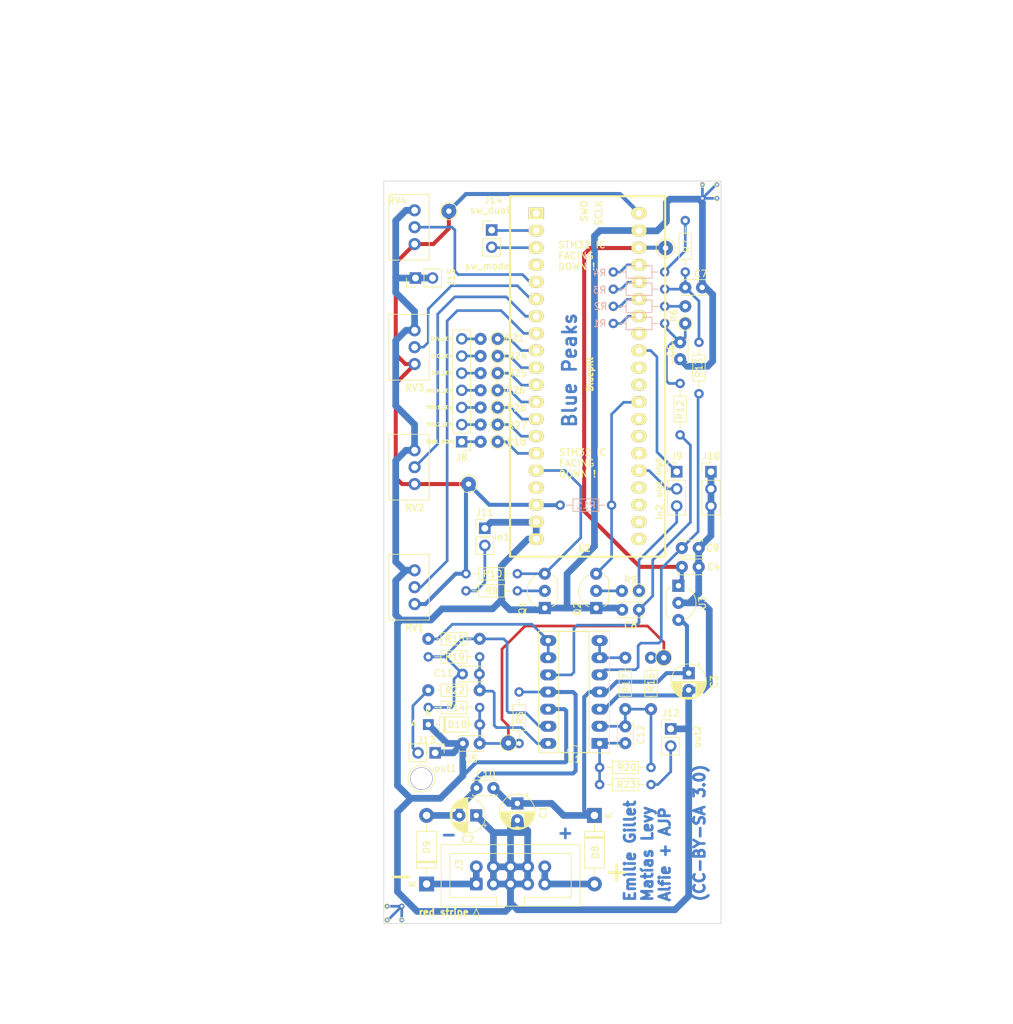
<source format=kicad_pcb>
(kicad_pcb (version 20171130) (host pcbnew "(5.1.9)-1")
  (layers (0 F.Cu signal) (31 B.Cu signal) (34 B.Paste user hide) (35 F.Paste user hide) (36 B.SilkS user) (37 F.SilkS user) (38 B.Mask user hide) (39 F.Mask user hide) (44 Edge.Cuts user))
  (net 0 "")
  (net 1 GND)
  (net 2 +12V)
  (net 3 -12V)
  (net 4 +5V)
  (net 5 /REF_-3.6)
  (net 6 "Net-(C6-Pad1)")
  (net 7 "Net-(C7-Pad1)")
  (net 8 "Net-(C8-Pad1)")
  (net 9 "Net-(C9-Pad1)")
  (net 10 "Net-(C11-Pad2)")
  (net 11 "Net-(C11-Pad1)")
  (net 12 "Net-(C12-Pad2)")
  (net 13 "Net-(C12-Pad1)")
  (net 14 "Net-(D8-Pad2)")
  (net 15 "Net-(D9-Pad1)")
  (net 16 /TRIG_1)
  (net 17 "Net-(Q1-Pad2)")
  (net 18 /TRIG_2)
  (net 19 "Net-(Q2-Pad2)")
  (net 20 /CH1_PWM1)
  (net 21 /CH1_PWM2)
  (net 22 "Net-(R2-Pad1)")
  (net 23 /CH2_PWM1)
  (net 24 /CH2_PWM2)
  (net 25 "Net-(R4-Pad1)")
  (net 26 "Net-(R15-Pad2)")
  (net 27 "Net-(R17-Pad2)")
  (net 28 /LED1)
  (net 29 /LED2)
  (net 30 /LED3)
  (net 31 /LED4)
  (net 32 /LED5)
  (net 33 /LED_SALIDA_1)
  (net 34 /LED_SALIDA_2)
  (net 35 /POT_1)
  (net 36 /POT_2)
  (net 37 /POT_3)
  (net 38 /POT_4)
  (net 39 /SW_DUAL)
  (net 40 /SW_MODE)
  (net 41 /SW_TRIG1)
  (net 42 /SW_TRIG2)
  (net 43 "Net-(U2-Pad42)")
  (net 44 "Net-(U2-Pad41)")
  (net 45 "Net-(U2-Pad33)")
  (net 46 "Net-(U2-Pad31)")
  (net 47 "Net-(U2-Pad30)")
  (net 48 "Net-(U2-Pad28)")
  (net 49 "Net-(U2-Pad27)")
  (net 50 "Net-(U2-Pad26)")
  (net 51 "Net-(U2-Pad24)")
  (net 52 "Net-(U2-Pad23)")
  (net 53 "Net-(U2-Pad22)")
  (net 54 "Net-(U2-Pad21)")
  (net 55 "Net-(U2-Pad17)")
  (net 56 "Net-(U2-Pad4)")
  (net 57 "Net-(U2-Pad1)")
  (net 58 TO_IN1)
  (net 59 TO_IN2)
  (net 60 TO_D1)
  (net 61 TO_D2)
  (net 62 TO_D3)
  (net 63 TO_D4)
  (net 64 TO_D5)
  (net 65 TO_D6)
  (net 66 TO_D7)
  (net 67 TO_OUT1)
  (net 68 TO_OUT2)
  (net 69 3.3V)
  (module Capacitor_THT:C_Disc_D3.4mm_W2.1mm_P2.50mm (layer F.Cu) (at 11.684 -36.957)
    (fp_text reference C11 (at -2.834 -0.127) (layer F.SilkS))
    (fp_text value 150pf)
    (pad 2 thru_hole circle (at 2.5 0) (size 1.6 1.6) (drill 0.8) (layers *.Cu *.Mask) (net 10 "Net-(C11-Pad2)"))
    (pad 1 thru_hole circle (at 0 0) (size 1.6 1.6) (drill 0.8) (layers *.Cu *.Mask) (net 11 "Net-(C11-Pad1)"))
  )
  (module Potentiometer_THT:Potentiometer_Alps_RK097_Single_Horizontal (layer F.Cu) (at 4.572 -52.324 180)
    (fp_text reference RV1 (at 0 -8.5 180) (layer F.SilkS))
    (fp_text value B10k)
    (pad 1 thru_hole circle (at 0 0 180) (size 1.8 1.8) (drill 1) (layers *.Cu *.Mask) (net 1 GND))
    (pad 2 thru_hole circle (at 0 -2.5 180) (size 1.8 1.8) (drill 1) (layers *.Cu *.Mask) (net 35 /POT_1))
    (pad 3 thru_hole circle (at 0 -5 180) (size 1.8 1.8) (drill 1) (layers *.Cu *.Mask) (net 69 3.3V))
  )
  (module Potentiometer_THT:Potentiometer_Alps_RK097_Single_Horizontal (layer F.Cu) (at 4.572 -70.104 180)
    (fp_text reference RV2 (at 0 -8.5 180) (layer F.SilkS))
    (fp_text value B10k)
    (pad 1 thru_hole circle (at 0 0 180) (size 1.8 1.8) (drill 1) (layers *.Cu *.Mask) (net 1 GND))
    (pad 2 thru_hole circle (at 0 -2.5 180) (size 1.8 1.8) (drill 1) (layers *.Cu *.Mask) (net 36 /POT_2))
    (pad 3 thru_hole circle (at 0 -5 180) (size 1.8 1.8) (drill 1) (layers *.Cu *.Mask) (net 69 3.3V))
  )
  (module Potentiometer_THT:Potentiometer_Alps_RK097_Single_Horizontal (layer F.Cu) (at 4.572 -87.884 180)
    (fp_text reference RV3 (at 0 -8.5 180) (layer F.SilkS))
    (fp_text value B10k)
    (pad 1 thru_hole circle (at 0 0 180) (size 1.8 1.8) (drill 1) (layers *.Cu *.Mask) (net 1 GND))
    (pad 2 thru_hole circle (at 0 -2.5 180) (size 1.8 1.8) (drill 1) (layers *.Cu *.Mask) (net 37 /POT_3))
    (pad 3 thru_hole circle (at 0 -5 180) (size 1.8 1.8) (drill 1) (layers *.Cu *.Mask) (net 69 3.3V))
  )
  (module Potentiometer_THT:Potentiometer_Alps_RK097_Single_Horizontal (layer F.Cu) (at 4.572 -105.664 180)
    (fp_text reference RV4 (at 2.54 1.397 180) (layer F.SilkS))
    (fp_text value B10k)
    (pad 1 thru_hole circle (at 0 0 180) (size 1.8 1.8) (drill 1) (layers *.Cu *.Mask) (net 1 GND))
    (pad 2 thru_hole circle (at 0 -2.5 180) (size 1.8 1.8) (drill 1) (layers *.Cu *.Mask) (net 38 /POT_4))
    (pad 3 thru_hole circle (at 0 -5 180) (size 1.8 1.8) (drill 1) (layers *.Cu *.Mask) (net 69 3.3V))
  )
  (module Connector_PinHeader_2.54mm:PinHeader_1x02_P2.54mm_Vertical (layer F.Cu) (at 4.699 -95.631 90)
    (fp_text reference J15 (at 0.127 5.334 90) (layer F.SilkS))
    (fp_text value PinHeader_1x02_P2.54mm_Vertical)
    (pad 2 thru_hole oval (at 0 2.54 90) (size 1.7 1.7) (drill 1) (layers *.Cu *.Mask) (net 1 GND))
    (pad 1 thru_hole rect (at 0 0 90) (size 1.7 1.7) (drill 1) (layers *.Cu *.Mask) (net 1 GND))
  )
  (module Connector_PinHeader_2.54mm:PinHeader_1x02_P2.54mm_Vertical (layer F.Cu) (at 16.002 -102.743)
    (fp_text reference J14 (at 0.254 -4.445) (layer F.SilkS))
    (fp_text value PinHeader_1x02_P2.54mm_Vertical)
    (pad 1 thru_hole rect (at 0 0) (size 1.7 1.7) (drill 1) (layers *.Cu *.Mask) (net 39 /SW_DUAL))
    (pad 2 thru_hole oval (at 0 2.54) (size 1.7 1.7) (drill 1) (layers *.Cu *.Mask) (net 40 /SW_MODE))
  )
  (module Connector_PinHeader_2.54mm:PinHeader_1x02_P2.54mm_Vertical (layer F.Cu) (at 7.62 -25.273 270)
    (fp_text reference J13 (at -1.905 1.27 180) (layer F.SilkS))
    (fp_text value PinHeader_1x02_P2.54mm_Vertical)
    (pad 1 thru_hole rect (at 0 0 270) (size 1.7 1.7) (drill 1) (layers *.Cu *.Mask) (net 1 GND))
    (pad 2 thru_hole oval (at 0 2.54 270) (size 1.7 1.7) (drill 1) (layers *.Cu *.Mask) (net 67 TO_OUT1))
  )
  (module Connector_PinHeader_2.54mm:PinHeader_1x02_P2.54mm_Vertical (layer F.Cu) (at 42.545 -28.829)
    (fp_text reference J12 (at 0 -2.33) (layer F.SilkS))
    (fp_text value PinHeader_1x02_P2.54mm_Vertical)
    (pad 1 thru_hole rect (at 0 0) (size 1.7 1.7) (drill 1) (layers *.Cu *.Mask) (net 1 GND))
    (pad 2 thru_hole oval (at 0 2.54) (size 1.7 1.7) (drill 1) (layers *.Cu *.Mask) (net 68 TO_OUT2))
  )
  (module Connector_PinHeader_2.54mm:PinHeader_1x02_P2.54mm_Vertical (layer F.Cu) (at 14.986 -58.547)
    (fp_text reference J11 (at 0 -2.33) (layer F.SilkS))
    (fp_text value PinHeader_1x02_P2.54mm_Vertical)
    (pad 2 thru_hole oval (at 0 2.54) (size 1.7 1.7) (drill 1) (layers *.Cu *.Mask) (net 58 TO_IN1))
    (pad 1 thru_hole rect (at 0 0) (size 1.7 1.7) (drill 1) (layers *.Cu *.Mask) (net 1 GND))
  )
  (module Connector_PinHeader_2.54mm:PinHeader_1x03_P2.54mm_Vertical (layer F.Cu) (at 48.514 -66.929)
    (fp_text reference J10 (at 0 -2.33) (layer F.SilkS))
    (fp_text value PinHeader_1x03_P2.54mm_Vertical)
    (pad 1 thru_hole rect (at 0 0) (size 1.7 1.7) (drill 1) (layers *.Cu *.Mask) (net 1 GND))
    (pad 2 thru_hole oval (at 0 2.54) (size 1.7 1.7) (drill 1) (layers *.Cu *.Mask) (net 1 GND))
    (pad 3 thru_hole oval (at 0 5.08) (size 1.7 1.7) (drill 1) (layers *.Cu *.Mask) (net 1 GND))
  )
  (module Connector_PinHeader_2.54mm:PinHeader_1x03_P2.54mm_Vertical (layer F.Cu) (at 43.434 -66.929)
    (fp_text reference J9 (at 0 -2.33) (layer F.SilkS))
    (fp_text value PinHeader_1x03_P2.54mm_Vertical)
    (pad 3 thru_hole oval (at 0 5.08) (size 1.7 1.7) (drill 1) (layers *.Cu *.Mask) (net 59 TO_IN2))
    (pad 2 thru_hole oval (at 0 2.54) (size 1.7 1.7) (drill 1) (layers *.Cu *.Mask) (net 41 /SW_TRIG1))
    (pad 1 thru_hole rect (at 0 0) (size 1.7 1.7) (drill 1) (layers *.Cu *.Mask) (net 42 /SW_TRIG2))
  )
  (module Resistor_THT:R_Axial_DIN0204_L3.6mm_D1.6mm_P7.62mm_Horizontal (layer F.Cu) (at 43.942 -72.39 90)
    (fp_text reference R12 (at 3.683 0 90) (layer F.SilkS))
    (fp_text value 1k5)
    (pad 2 thru_hole oval (at 7.62 0 90) (size 1.4 1.4) (drill 0.7) (layers *.Cu *.Mask) (net 6 "Net-(C6-Pad1)"))
    (pad 1 thru_hole circle (at 0 0 90) (size 1.4 1.4) (drill 0.7) (layers *.Cu *.Mask) (net 8 "Net-(C8-Pad1)"))
  )
  (module Resistor_THT:R_Axial_DIN0204_L3.6mm_D1.6mm_P7.62mm_Horizontal (layer B.Cu) (at 26.162 -61.976)
    (fp_text reference R11 (at 3.81 0) (layer B.SilkS) (effects (justify mirror)))
    (fp_text value 10k)
    (pad 2 thru_hole oval (at 7.62 0) (size 1.4 1.4) (drill 0.7) (layers *.Cu *.Mask) (net 18 /TRIG_2))
    (pad 1 thru_hole circle (at 0 0) (size 1.4 1.4) (drill 0.7) (layers *.Cu *.Mask) (net 69 3.3V))
  )
  (module Resistor_THT:R_Axial_DIN0204_L3.6mm_D1.6mm_P7.62mm_Horizontal (layer F.Cu) (at 12.192 -49.276)
    (fp_text reference R8 (at 3.81 0) (layer F.SilkS))
    (fp_text value 100k)
    (pad 2 thru_hole oval (at 7.62 0) (size 1.4 1.4) (drill 0.7) (layers *.Cu *.Mask) (net 17 "Net-(Q1-Pad2)"))
    (pad 1 thru_hole circle (at 0 0) (size 1.4 1.4) (drill 0.7) (layers *.Cu *.Mask) (net 58 TO_IN1))
  )
  (module Resistor_THT:R_Axial_DIN0204_L3.6mm_D1.6mm_P7.62mm_Horizontal (layer F.Cu) (at 12.192 -51.816)
    (fp_text reference R10 (at 3.937 0) (layer F.SilkS))
    (fp_text value 10k)
    (pad 2 thru_hole oval (at 7.62 0) (size 1.4 1.4) (drill 0.7) (layers *.Cu *.Mask) (net 16 /TRIG_1))
    (pad 1 thru_hole circle (at 0 0) (size 1.4 1.4) (drill 0.7) (layers *.Cu *.Mask) (net 69 3.3V))
  )
  (module Resistor_THT:R_Axial_DIN0204_L3.6mm_D1.6mm_P7.62mm_Horizontal (layer F.Cu) (at 39.624 -20.574 180)
    (fp_text reference R23 (at 3.683 0) (layer F.SilkS))
    (fp_text value 1k)
    (pad 2 thru_hole oval (at 7.62 0 180) (size 1.4 1.4) (drill 0.7) (layers *.Cu *.Mask) (net 12 "Net-(C12-Pad2)"))
    (pad 1 thru_hole circle (at 0 0 180) (size 1.4 1.4) (drill 0.7) (layers *.Cu *.Mask) (net 68 TO_OUT2))
  )
  (module Resistor_THT:R_Axial_DIN0204_L3.6mm_D1.6mm_P7.62mm_Horizontal (layer F.Cu) (at 32.004 -23.114)
    (fp_text reference R20 (at 4.064 0) (layer F.SilkS))
    (fp_text value 33k)
    (pad 2 thru_hole oval (at 7.62 0) (size 1.4 1.4) (drill 0.7) (layers *.Cu *.Mask) (net 13 "Net-(C12-Pad1)"))
    (pad 1 thru_hole circle (at 0 0) (size 1.4 1.4) (drill 0.7) (layers *.Cu *.Mask) (net 12 "Net-(C12-Pad2)"))
  )
  (module Resistor_THT:R_Axial_DIN0204_L3.6mm_D1.6mm_P7.62mm_Horizontal (layer F.Cu) (at 44.704 -96.52 90)
    (fp_text reference R7 (at 3.81 0.254 90) (layer F.SilkS))
    (fp_text value 12k)
    (pad 2 thru_hole oval (at 7.62 0 90) (size 1.4 1.4) (drill 0.7) (layers *.Cu *.Mask) (net 25 "Net-(R4-Pad1)"))
    (pad 1 thru_hole circle (at 0 0 90) (size 1.4 1.4) (drill 0.7) (layers *.Cu *.Mask) (net 7 "Net-(C7-Pad1)"))
  )
  (module Resistor_THT:R_Axial_DIN0204_L3.6mm_D1.6mm_P7.62mm_Horizontal (layer F.Cu) (at 46.736 -78.486 90)
    (fp_text reference R13 (at 3.81 0 90) (layer F.SilkS))
    (fp_text value 1k5)
    (pad 2 thru_hole oval (at 7.62 0 90) (size 1.4 1.4) (drill 0.7) (layers *.Cu *.Mask) (net 7 "Net-(C7-Pad1)"))
    (pad 1 thru_hole circle (at 0 0 90) (size 1.4 1.4) (drill 0.7) (layers *.Cu *.Mask) (net 9 "Net-(C9-Pad1)"))
  )
  (module Resistor_THT:R_Axial_DIN0204_L3.6mm_D1.6mm_P7.62mm_Horizontal (layer B.Cu) (at 41.656 -96.52 180)
    (fp_text reference R4 (at 9.652 -0.127) (layer B.SilkS) (effects (justify mirror)))
    (fp_text value 180k)
    (pad 2 thru_hole oval (at 7.62 0 180) (size 1.4 1.4) (drill 0.7) (layers *.Cu *.Mask) (net 24 /CH2_PWM2))
    (pad 1 thru_hole circle (at 0 0 180) (size 1.4 1.4) (drill 0.7) (layers *.Cu *.Mask) (net 25 "Net-(R4-Pad1)"))
  )
  (module Resistor_THT:R_Axial_DIN0204_L3.6mm_D1.6mm_P7.62mm_Horizontal (layer B.Cu) (at 41.656 -93.98 180)
    (fp_text reference R3 (at 9.652 -0.127) (layer B.SilkS) (effects (justify mirror)))
    (fp_text value 1k5)
    (pad 2 thru_hole oval (at 7.62 0 180) (size 1.4 1.4) (drill 0.7) (layers *.Cu *.Mask) (net 23 /CH2_PWM1))
    (pad 1 thru_hole circle (at 0 0 180) (size 1.4 1.4) (drill 0.7) (layers *.Cu *.Mask) (net 7 "Net-(C7-Pad1)"))
  )
  (module Resistor_THT:R_Axial_DIN0204_L3.6mm_D1.6mm_P7.62mm_Horizontal (layer B.Cu) (at 41.656 -91.44 180)
    (fp_text reference R2 (at 9.525 0) (layer B.SilkS) (effects (justify mirror)))
    (fp_text value 180k)
    (pad 2 thru_hole oval (at 7.62 0 180) (size 1.4 1.4) (drill 0.7) (layers *.Cu *.Mask) (net 21 /CH1_PWM2))
    (pad 1 thru_hole circle (at 0 0 180) (size 1.4 1.4) (drill 0.7) (layers *.Cu *.Mask) (net 22 "Net-(R2-Pad1)"))
  )
  (module Resistor_THT:R_Axial_DIN0204_L3.6mm_D1.6mm_P7.62mm_Horizontal (layer B.Cu) (at 41.656 -88.9 180)
    (fp_text reference R1 (at 9.652 0) (layer B.SilkS) (effects (justify mirror)))
    (fp_text value 1k5)
    (pad 2 thru_hole oval (at 7.62 0 180) (size 1.4 1.4) (drill 0.7) (layers *.Cu *.Mask) (net 20 /CH1_PWM1))
    (pad 1 thru_hole circle (at 0 0 180) (size 1.4 1.4) (drill 0.7) (layers *.Cu *.Mask) (net 6 "Net-(C6-Pad1)"))
  )
  (module BluePill_breakouts:BluePill_STM32F103C (layer F.Cu) (at 22.606 -105.156)
    (fp_text reference U2 (at 7.1628 49.6062 180) (layer F.SilkS) (effects (font (size 0.889 0.889) (thickness 0.3048))))
    (fp_text value Bluepill (at 7.9756 23.7998 90) (layer F.SilkS) (effects (font (size 0.889 0.889) (thickness 0.22225))))
    (pad 40 thru_hole oval (at 15.24 -0.1016 90) (size 1.7272 2.25) (drill 1.016) (layers *.Cu *.Mask F.SilkS) (net 69 3.3V))
    (pad 39 thru_hole oval (at 15.24 2.4892 90) (size 1.7272 2.25) (drill 1.016) (layers *.Cu *.Mask F.SilkS) (net 1 GND))
    (pad 38 thru_hole oval (at 15.24 5.0292 90) (size 1.7272 2.25) (drill 1.016) (layers *.Cu *.Mask F.SilkS) (net 4 +5V))
    (pad 37 thru_hole oval (at 15.24 7.5692 90) (size 1.7272 2.25) (drill 1.016) (layers *.Cu *.Mask F.SilkS) (net 24 /CH2_PWM2))
    (pad 36 thru_hole oval (at 15.24 10.1092 90) (size 1.7272 2.25) (drill 1.016) (layers *.Cu *.Mask F.SilkS) (net 23 /CH2_PWM1))
    (pad 35 thru_hole oval (at 15.24 12.6492 90) (size 1.7272 2.25) (drill 1.016) (layers *.Cu *.Mask F.SilkS) (net 21 /CH1_PWM2))
    (pad 34 thru_hole oval (at 15.24 15.1892 90) (size 1.7272 2.25) (drill 1.016) (layers *.Cu *.Mask F.SilkS) (net 20 /CH1_PWM1))
    (pad 33 thru_hole oval (at 15.24 17.7292 90) (size 1.7272 2.25) (drill 1.016) (layers *.Cu *.Mask F.SilkS) (net 45 "Net-(U2-Pad33)"))
    (pad 32 thru_hole oval (at 15.24 20.2692 90) (size 1.7272 2.25) (drill 1.016) (layers *.Cu *.Mask F.SilkS) (net 42 /SW_TRIG2))
    (pad 31 thru_hole oval (at 15.24 22.8092 90) (size 1.7272 2.25) (drill 1.016) (layers *.Cu *.Mask F.SilkS) (net 46 "Net-(U2-Pad31)"))
    (pad 30 thru_hole oval (at 15.24 25.3492 90) (size 1.7272 2.25) (drill 1.016) (layers *.Cu *.Mask F.SilkS) (net 47 "Net-(U2-Pad30)"))
    (pad 29 thru_hole oval (at 15.24 27.8892 90) (size 1.7272 2.25) (drill 1.016) (layers *.Cu *.Mask F.SilkS) (net 18 /TRIG_2))
    (pad 28 thru_hole oval (at 15.24 30.4292 90) (size 1.7272 2.25) (drill 1.016) (layers *.Cu *.Mask F.SilkS) (net 48 "Net-(U2-Pad28)"))
    (pad 27 thru_hole oval (at 15.24 32.9692 90) (size 1.7272 2.25) (drill 1.016) (layers *.Cu *.Mask F.SilkS) (net 49 "Net-(U2-Pad27)"))
    (pad 26 thru_hole oval (at 15.24 35.5092 90) (size 1.7272 2.25) (drill 1.016) (layers *.Cu *.Mask F.SilkS) (net 50 "Net-(U2-Pad26)"))
    (pad 25 thru_hole oval (at 15.24 38.0492 90) (size 1.7272 2.25) (drill 1.016) (layers *.Cu *.Mask F.SilkS) (net 41 /SW_TRIG1))
    (pad 24 thru_hole oval (at 15.24 40.5892 90) (size 1.7272 2.25) (drill 1.016) (layers *.Cu *.Mask F.SilkS) (net 51 "Net-(U2-Pad24)"))
    (pad 23 thru_hole oval (at 15.24 43.1292 90) (size 1.7272 2.25) (drill 1.016) (layers *.Cu *.Mask F.SilkS) (net 52 "Net-(U2-Pad23)"))
    (pad 22 thru_hole oval (at 15.24 45.6692 90) (size 1.7272 2.25) (drill 1.016) (layers *.Cu *.Mask F.SilkS) (net 53 "Net-(U2-Pad22)"))
    (pad 21 thru_hole oval (at 15.24 48.2092 90) (size 1.7272 2.25) (drill 1.016) (layers *.Cu *.Mask F.SilkS) (net 54 "Net-(U2-Pad21)"))
    (pad 20 thru_hole oval (at 0 48.2092 270) (size 1.7272 2.25) (drill 1.016) (layers *.Cu *.Mask F.SilkS) (net 1 GND))
    (pad 19 thru_hole oval (at 0 45.6692 270) (size 1.7272 2.25) (drill 1.016) (layers *.Cu *.Mask F.SilkS) (net 1 GND))
    (pad 18 thru_hole oval (at 0 43.1292 270) (size 1.7272 2.25) (drill 1.016) (layers *.Cu *.Mask F.SilkS) (net 69 3.3V))
    (pad 17 thru_hole oval (at 0 40.5892 270) (size 1.7272 2.25) (drill 1.016) (layers *.Cu *.Mask F.SilkS) (net 55 "Net-(U2-Pad17)"))
    (pad 16 thru_hole oval (at 0 38.0492 270) (size 1.7272 2.25) (drill 1.016) (layers *.Cu *.Mask F.SilkS) (net 16 /TRIG_1))
    (pad 15 thru_hole oval (at 0 35.5092 270) (size 1.7272 2.25) (drill 1.016) (layers *.Cu *.Mask F.SilkS) (net 28 /LED1))
    (pad 14 thru_hole oval (at 0 32.9692 270) (size 1.7272 2.25) (drill 1.016) (layers *.Cu *.Mask F.SilkS) (net 33 /LED_SALIDA_1))
    (pad 13 thru_hole oval (at 0 30.4292 270) (size 1.7272 2.25) (drill 1.016) (layers *.Cu *.Mask F.SilkS) (net 34 /LED_SALIDA_2))
    (pad 12 thru_hole oval (at 0 27.8892 270) (size 1.7272 2.25) (drill 1.016) (layers *.Cu *.Mask F.SilkS) (net 32 /LED5))
    (pad 11 thru_hole oval (at 0 25.3492 270) (size 1.7272 2.25) (drill 1.016) (layers *.Cu *.Mask F.SilkS) (net 31 /LED4))
    (pad 10 thru_hole oval (at 0 22.8092 270) (size 1.7272 2.25) (drill 1.016) (layers *.Cu *.Mask F.SilkS) (net 30 /LED3))
    (pad 9 thru_hole oval (at 0 20.2692 270) (size 1.7272 2.25) (drill 1.016) (layers *.Cu *.Mask F.SilkS) (net 29 /LED2))
    (pad 8 thru_hole oval (at 0 17.7292 270) (size 1.7272 2.25) (drill 1.016) (layers *.Cu *.Mask F.SilkS) (net 35 /POT_1))
    (pad 7 thru_hole oval (at 0 15.1892 270) (size 1.7272 2.25) (drill 1.016) (layers *.Cu *.Mask F.SilkS) (net 36 /POT_2))
    (pad 6 thru_hole oval (at 0 12.6492 270) (size 1.7272 2.25) (drill 1.016) (layers *.Cu *.Mask F.SilkS) (net 37 /POT_3))
    (pad 5 thru_hole oval (at 0 10.1092 270) (size 1.7272 2.25) (drill 1.016) (layers *.Cu *.Mask F.SilkS) (net 38 /POT_4))
    (pad 4 thru_hole oval (at 0 7.5692 270) (size 1.7272 2.25) (drill 1.016) (layers *.Cu *.Mask F.SilkS) (net 56 "Net-(U2-Pad4)"))
    (pad 3 thru_hole oval (at 0 5.0292 270) (size 1.7272 2.25) (drill 1.016) (layers *.Cu *.Mask F.SilkS) (net 40 /SW_MODE))
    (pad 2 thru_hole oval (at 0 2.4892 270) (size 1.7272 2.25) (drill 1.016) (layers *.Cu *.Mask F.SilkS) (net 39 /SW_DUAL))
    (pad 1 thru_hole rect (at 0 -0.0508 270) (size 1.7272 2.25) (drill 1.016) (layers *.Cu *.Mask F.SilkS) (net 57 "Net-(U2-Pad1)"))
  )
  (module Diode_THT:D_DO-35_SOD27_P7.62mm_Horizontal (layer F.Cu) (at 6.604 -29.464)
    (fp_text reference D10 (at 4.318 0) (layer F.SilkS))
    (fp_text value 5.1)
    (fp_text user A (at -2.159 -0.127) (layer F.SilkS))
    (fp_text user K (at 0 -1.8) (layer F.SilkS))
    (pad 2 thru_hole oval (at 7.62 0) (size 1.6 1.6) (drill 0.8) (layers *.Cu *.Mask) (net 5 /REF_-3.6))
    (pad 1 thru_hole rect (at 0 0) (size 1.6 1.6) (drill 0.8) (layers *.Cu *.Mask) (net 1 GND))
  )
  (module Resistor_THT:R_Axial_DIN0204_L3.6mm_D1.6mm_P7.62mm_Horizontal (layer F.Cu) (at 14.224 -39.497 180)
    (fp_text reference R19 (at 3.683 0) (layer F.SilkS))
    (fp_text value 33k)
    (pad 2 thru_hole oval (at 7.62 0 180) (size 1.4 1.4) (drill 0.7) (layers *.Cu *.Mask) (net 11 "Net-(C11-Pad1)"))
    (pad 1 thru_hole circle (at 0 0 180) (size 1.4 1.4) (drill 0.7) (layers *.Cu *.Mask) (net 10 "Net-(C11-Pad2)"))
  )
  (module Resistor_THT:R_Axial_DIN0204_L3.6mm_D1.6mm_P7.62mm_Horizontal (layer F.Cu) (at 6.604 -32.004)
    (fp_text reference R14 (at 4.064 0) (layer F.SilkS))
    (fp_text value 21k)
    (pad 2 thru_hole oval (at 7.62 0) (size 1.4 1.4) (drill 0.7) (layers *.Cu *.Mask) (net 5 /REF_-3.6))
    (pad 1 thru_hole circle (at 0 0) (size 1.4 1.4) (drill 0.7) (layers *.Cu *.Mask) (net 11 "Net-(C11-Pad1)"))
  )
  (module Resistor_THT:R_Axial_DIN0204_L3.6mm_D1.6mm_P7.62mm_Horizontal (layer F.Cu) (at 20.066 -26.67 90)
    (fp_text reference R5 (at 3.81 0.127 90) (layer F.SilkS))
    (fp_text value 10k)
    (pad 2 thru_hole oval (at 7.62 0 90) (size 1.4 1.4) (drill 0.7) (layers *.Cu *.Mask) (net 3 -12V))
    (pad 1 thru_hole circle (at 0 0 90) (size 1.4 1.4) (drill 0.7) (layers *.Cu *.Mask) (net 5 /REF_-3.6))
  )
  (module Personal:R_Axial_DIN0204_L3.6mm_D1.6mm_P2.54mm_Vertical_Large_Pads (layer F.Cu) (at 16.891 -86.614 180)
    (fp_text reference R21 (at -2.54 0.127 180) (layer F.SilkS))
    (fp_text value 2k)
    (pad 2 thru_hole oval (at 2.54 0 180) (size 1.8 1.8) (drill 0.8) (layers *.Cu *.Mask) (net 61 TO_D2))
    (pad 1 thru_hole circle (at 0 0 180) (size 1.8 1.8) (drill 0.8) (layers *.Cu *.Mask) (net 29 /LED2))
  )
  (module Connector_PinHeader_2.54mm:PinHeader_1x07_P2.54mm_Vertical (layer F.Cu) (at 11.557 -71.374 180)
    (fp_text reference J8 (at 0 -2.33) (layer F.SilkS))
    (fp_text value Conn_01x07)
    (pad 7 thru_hole oval (at 0 15.24 180) (size 1.7 1.7) (drill 1) (layers *.Cu *.Mask) (net 61 TO_D2))
    (pad 6 thru_hole oval (at 0 12.7 180) (size 1.7 1.7) (drill 1) (layers *.Cu *.Mask) (net 62 TO_D3))
    (pad 5 thru_hole oval (at 0 10.16 180) (size 1.7 1.7) (drill 1) (layers *.Cu *.Mask) (net 63 TO_D4))
    (pad 4 thru_hole oval (at 0 7.62 180) (size 1.7 1.7) (drill 1) (layers *.Cu *.Mask) (net 64 TO_D5))
    (pad 3 thru_hole oval (at 0 5.08 180) (size 1.7 1.7) (drill 1) (layers *.Cu *.Mask) (net 66 TO_D7))
    (pad 2 thru_hole oval (at 0 2.54 180) (size 1.7 1.7) (drill 1) (layers *.Cu *.Mask) (net 65 TO_D6))
    (pad 1 thru_hole rect (at 0 0 180) (size 1.7 1.7) (drill 1) (layers *.Cu *.Mask) (net 60 TO_D1))
  )
  (module Personal:R_Axial_DIN0204_L3.6mm_D1.6mm_P2.54mm_Vertical_Large_Pads (layer F.Cu) (at 16.891 -76.454 180)
    (fp_text reference R28 (at -2.794 -0.0635) (layer F.SilkS))
    (fp_text value 2k)
    (pad 2 thru_hole oval (at 2.54 0 180) (size 1.8 1.8) (drill 0.8) (layers *.Cu *.Mask) (net 66 TO_D7))
    (pad 1 thru_hole circle (at 0 0 180) (size 1.8 1.8) (drill 0.8) (layers *.Cu *.Mask) (net 34 /LED_SALIDA_2))
  )
  (module Personal:R_Axial_DIN0204_L3.6mm_D1.6mm_P2.54mm_Vertical_Large_Pads (layer F.Cu) (at 16.891 -73.914 180)
    (fp_text reference R27 (at -2.921 -0.127) (layer F.SilkS))
    (fp_text value 2k)
    (pad 2 thru_hole oval (at 2.54 0 180) (size 1.8 1.8) (drill 0.8) (layers *.Cu *.Mask) (net 65 TO_D6))
    (pad 1 thru_hole circle (at 0 0 180) (size 1.8 1.8) (drill 0.8) (layers *.Cu *.Mask) (net 33 /LED_SALIDA_1))
  )
  (module Personal:R_Axial_DIN0204_L3.6mm_D1.6mm_P2.54mm_Vertical_Large_Pads (layer F.Cu) (at 16.891 -78.994 180)
    (fp_text reference R26 (at -2.667 0) (layer F.SilkS))
    (fp_text value 2k)
    (pad 2 thru_hole oval (at 2.54 0 180) (size 1.8 1.8) (drill 0.8) (layers *.Cu *.Mask) (net 64 TO_D5))
    (pad 1 thru_hole circle (at 0 0 180) (size 1.8 1.8) (drill 0.8) (layers *.Cu *.Mask) (net 32 /LED5))
  )
  (module Personal:R_Axial_DIN0204_L3.6mm_D1.6mm_P2.54mm_Vertical_Large_Pads (layer F.Cu) (at 16.891 -81.534 180)
    (fp_text reference R25 (at -2.921 0) (layer F.SilkS))
    (fp_text value 2k)
    (pad 2 thru_hole oval (at 2.54 0 180) (size 1.8 1.8) (drill 0.8) (layers *.Cu *.Mask) (net 63 TO_D4))
    (pad 1 thru_hole circle (at 0 0 180) (size 1.8 1.8) (drill 0.8) (layers *.Cu *.Mask) (net 31 /LED4))
  )
  (module Personal:R_Axial_DIN0204_L3.6mm_D1.6mm_P2.54mm_Vertical_Large_Pads (layer F.Cu) (at 16.891 -84.074 180)
    (fp_text reference R24 (at -2.921 0) (layer F.SilkS))
    (fp_text value 2k)
    (pad 2 thru_hole oval (at 2.54 0 180) (size 1.8 1.8) (drill 0.8) (layers *.Cu *.Mask) (net 62 TO_D3))
    (pad 1 thru_hole circle (at 0 0 180) (size 1.8 1.8) (drill 0.8) (layers *.Cu *.Mask) (net 30 /LED3))
  )
  (module Personal:R_Axial_DIN0204_L3.6mm_D1.6mm_P2.54mm_Vertical_Large_Pads (layer F.Cu) (at 16.891 -71.374 180)
    (fp_text reference R18 (at -2.794 0) (layer F.SilkS))
    (fp_text value 2k)
    (pad 2 thru_hole oval (at 2.54 0 180) (size 1.8 1.8) (drill 0.8) (layers *.Cu *.Mask) (net 60 TO_D1))
    (pad 1 thru_hole circle (at 0 0 180) (size 1.8 1.8) (drill 0.8) (layers *.Cu *.Mask) (net 28 /LED1))
  )
  (module Personal:R_Axial_DIN0204_L3.6mm_D1.6mm_P7.62mm_Horizontal_Large_Pads (layer F.Cu) (at 6.604 -34.544)
    (fp_text reference R22 (at 3.937 0) (layer F.SilkS))
    (fp_text value 1k)
    (pad 2 thru_hole oval (at 7.62 0) (size 1.8 1.8) (drill 0.8) (layers *.Cu *.Mask) (net 10 "Net-(C11-Pad2)"))
    (pad 1 thru_hole circle (at 0 0) (size 1.8 1.8) (drill 0.8) (layers *.Cu *.Mask) (net 67 TO_OUT1))
  )
  (module Personal:R_Axial_DIN0204_L3.6mm_D1.6mm_P7.62mm_Horizontal_Large_Pads (layer F.Cu) (at 39.624 -31.75 90)
    (fp_text reference R16 (at 3.937 0 90) (layer F.SilkS))
    (fp_text value 21k)
    (pad 2 thru_hole oval (at 7.62 0 90) (size 1.8 1.8) (drill 0.8) (layers *.Cu *.Mask) (net 5 /REF_-3.6))
    (pad 1 thru_hole circle (at 0 0 90) (size 1.8 1.8) (drill 0.8) (layers *.Cu *.Mask) (net 13 "Net-(C12-Pad1)"))
  )
  (module Package_DIP:DIP-14_W7.62mm_Socket_LongPads (layer F.Cu) (at 32.004 -26.67 180)
    (fp_text reference U1 (at 3.81 -2.33) (layer F.SilkS))
    (fp_text value TL074)
    (pad 14 thru_hole oval (at 7.62 0 180) (size 2.4 1.6) (drill 0.8) (layers *.Cu *.Mask) (net 10 "Net-(C11-Pad2)"))
    (pad 7 thru_hole oval (at 0 15.24 180) (size 2.4 1.6) (drill 0.8) (layers *.Cu *.Mask) (net 27 "Net-(R17-Pad2)"))
    (pad 13 thru_hole oval (at 7.62 2.54 180) (size 2.4 1.6) (drill 0.8) (layers *.Cu *.Mask) (net 11 "Net-(C11-Pad1)"))
    (pad 6 thru_hole oval (at 0 12.7 180) (size 2.4 1.6) (drill 0.8) (layers *.Cu *.Mask) (net 27 "Net-(R17-Pad2)"))
    (pad 12 thru_hole oval (at 7.62 5.08 180) (size 2.4 1.6) (drill 0.8) (layers *.Cu *.Mask) (net 1 GND))
    (pad 5 thru_hole oval (at 0 10.16 180) (size 2.4 1.6) (drill 0.8) (layers *.Cu *.Mask) (net 9 "Net-(C9-Pad1)"))
    (pad 11 thru_hole oval (at 7.62 7.62 180) (size 2.4 1.6) (drill 0.8) (layers *.Cu *.Mask) (net 3 -12V))
    (pad 4 thru_hole oval (at 0 7.62 180) (size 2.4 1.6) (drill 0.8) (layers *.Cu *.Mask) (net 2 +12V))
    (pad 10 thru_hole oval (at 7.62 10.16 180) (size 2.4 1.6) (drill 0.8) (layers *.Cu *.Mask) (net 8 "Net-(C8-Pad1)"))
    (pad 3 thru_hole oval (at 0 5.08 180) (size 2.4 1.6) (drill 0.8) (layers *.Cu *.Mask) (net 1 GND))
    (pad 9 thru_hole oval (at 7.62 12.7 180) (size 2.4 1.6) (drill 0.8) (layers *.Cu *.Mask) (net 26 "Net-(R15-Pad2)"))
    (pad 2 thru_hole oval (at 0 2.54 180) (size 2.4 1.6) (drill 0.8) (layers *.Cu *.Mask) (net 13 "Net-(C12-Pad1)"))
    (pad 8 thru_hole oval (at 7.62 15.24 180) (size 2.4 1.6) (drill 0.8) (layers *.Cu *.Mask) (net 26 "Net-(R15-Pad2)"))
    (pad 1 thru_hole rect (at 0 0 180) (size 2.4 1.6) (drill 0.8) (layers *.Cu *.Mask) (net 12 "Net-(C12-Pad2)"))
  )
  (module Personal:R_Axial_DIN0204_L3.6mm_D1.6mm_P7.62mm_Horizontal_Large_Pads (layer F.Cu) (at 35.814 -31.75 90)
    (fp_text reference R17 (at 3.81 0.127 90) (layer F.SilkS))
    (fp_text value 6k8)
    (pad 2 thru_hole oval (at 7.62 0 90) (size 1.8 1.8) (drill 0.8) (layers *.Cu *.Mask) (net 27 "Net-(R17-Pad2)"))
    (pad 1 thru_hole circle (at 0 0 90) (size 1.8 1.8) (drill 0.8) (layers *.Cu *.Mask) (net 13 "Net-(C12-Pad1)"))
  )
  (module Personal:R_Axial_DIN0204_L3.6mm_D1.6mm_P7.62mm_Horizontal_Large_Pads (layer F.Cu) (at 14.224 -42.164 180)
    (fp_text reference R15 (at 3.683 0) (layer F.SilkS))
    (fp_text value 6k8)
    (pad 2 thru_hole oval (at 7.62 0 180) (size 1.8 1.8) (drill 0.8) (layers *.Cu *.Mask) (net 26 "Net-(R15-Pad2)"))
    (pad 1 thru_hole circle (at 0 0 180) (size 1.8 1.8) (drill 0.8) (layers *.Cu *.Mask) (net 11 "Net-(C11-Pad1)"))
  )
  (module Personal:TO-92_Inline_Wide_Large_Pads (layer F.Cu) (at 43.688 -50.038 270)
    (fp_text reference U3 (at 2.54 -3.56 90) (layer F.SilkS))
    (fp_text value 78l05)
    (pad 1 thru_hole rect (at 0 0) (size 1.8 1.8) (drill 0.8) (layers *.Cu *.Mask) (net 4 +5V))
    (pad 3 thru_hole circle (at 5.08 0) (size 1.8 1.8) (drill 0.8) (layers *.Cu *.Mask) (net 2 +12V))
    (pad 2 thru_hole circle (at 2.54 0) (size 1.8 1.8) (drill 0.8) (layers *.Cu *.Mask) (net 1 GND))
  )
  (module Personal:R_Axial_DIN0204_L3.6mm_D1.6mm_P2.54mm_Vertical_Large_Pads (layer F.Cu) (at 37.846 -49.276 180)
    (fp_text reference R9 (at 1.27 1.651) (layer F.SilkS))
    (fp_text value 100k)
    (pad 2 thru_hole oval (at 2.54 0 180) (size 1.8 1.8) (drill 0.8) (layers *.Cu *.Mask) (net 19 "Net-(Q2-Pad2)"))
    (pad 1 thru_hole circle (at 0 0 180) (size 1.8 1.8) (drill 0.8) (layers *.Cu *.Mask) (net 59 TO_IN2))
  )
  (module Personal:R_Axial_DIN0204_L3.6mm_D1.6mm_P2.54mm_Vertical_Large_Pads (layer F.Cu) (at 44.704 -88.9 90)
    (fp_text reference R6 (at 1.143 -1.651 90) (layer F.SilkS))
    (fp_text value 12k)
    (pad 2 thru_hole oval (at 2.54 0 90) (size 1.8 1.8) (drill 0.8) (layers *.Cu *.Mask) (net 22 "Net-(R2-Pad1)"))
    (pad 1 thru_hole circle (at 0 0 90) (size 1.8 1.8) (drill 0.8) (layers *.Cu *.Mask) (net 6 "Net-(C6-Pad1)"))
  )
  (module Personal:TO-92_Inline_Wide_Large_Pads (layer F.Cu) (at 31.496 -46.736 90)
    (fp_text reference Q2 (at -0.127 -2.794 90) (layer F.SilkS))
    (fp_text value 2N3904)
    (pad 1 thru_hole rect (at 0 0 180) (size 1.8 1.8) (drill 0.8) (layers *.Cu *.Mask) (net 1 GND))
    (pad 3 thru_hole circle (at 5.08 0 180) (size 1.8 1.8) (drill 0.8) (layers *.Cu *.Mask) (net 18 /TRIG_2))
    (pad 2 thru_hole circle (at 2.54 0 180) (size 1.8 1.8) (drill 0.8) (layers *.Cu *.Mask) (net 19 "Net-(Q2-Pad2)"))
  )
  (module Personal:TO-92_Inline_Wide_Large_Pads (layer F.Cu) (at 23.876 -46.736 90)
    (fp_text reference Q1 (at 0 -3.302 90) (layer F.SilkS))
    (fp_text value 2N3904)
    (pad 1 thru_hole rect (at 0 0 180) (size 1.8 1.8) (drill 0.8) (layers *.Cu *.Mask) (net 1 GND))
    (pad 3 thru_hole circle (at 5.08 0 180) (size 1.8 1.8) (drill 0.8) (layers *.Cu *.Mask) (net 16 /TRIG_1))
    (pad 2 thru_hole circle (at 2.54 0 180) (size 1.8 1.8) (drill 0.8) (layers *.Cu *.Mask) (net 17 "Net-(Q1-Pad2)"))
  )
  (module Personal:IDC-Header_2x05_P2.54mm_Vertical_Large_Pads (layer F.Cu) (at 13.716 -5.842 90)
    (fp_text reference J3 (at 2.794 -2.54 90) (layer F.SilkS))
    (fp_text value "Eurorack Power")
    (pad 1 thru_hole roundrect (at 0 0 90) (size 1.9 1.9) (drill 1) (layers *.Cu *.Mask) (roundrect_rratio 0.147) (net 15 "Net-(D9-Pad1)"))
    (pad 3 thru_hole circle (at 0 2.54 90) (size 1.9 1.9) (drill 1) (layers *.Cu *.Mask) (net 1 GND))
    (pad 5 thru_hole circle (at 0 5.08 90) (size 1.9 1.9) (drill 1) (layers *.Cu *.Mask) (net 1 GND))
    (pad 7 thru_hole circle (at 0 7.62 90) (size 1.9 1.9) (drill 1) (layers *.Cu *.Mask) (net 1 GND))
    (pad 9 thru_hole circle (at 0 10.16 90) (size 1.9 1.9) (drill 1) (layers *.Cu *.Mask) (net 14 "Net-(D8-Pad2)"))
    (pad 2 thru_hole circle (at 2.54 0 90) (size 1.9 1.9) (drill 1) (layers *.Cu *.Mask) (net 15 "Net-(D9-Pad1)"))
    (pad 4 thru_hole circle (at 2.54 2.54 90) (size 1.9 1.9) (drill 1) (layers *.Cu *.Mask) (net 1 GND))
    (pad 6 thru_hole circle (at 2.54 5.08 90) (size 1.9 1.9) (drill 1) (layers *.Cu *.Mask) (net 1 GND))
    (pad 8 thru_hole circle (at 2.54 7.62 90) (size 1.9 1.9) (drill 1) (layers *.Cu *.Mask) (net 1 GND))
    (pad 10 thru_hole circle (at 2.54 10.16 90) (size 1.9 1.9) (drill 1) (layers *.Cu *.Mask) (net 14 "Net-(D8-Pad2)"))
  )
  (module Diode_THT:D_DO-41_SOD81_P10.16mm_Horizontal (layer F.Cu) (at 6.35 -5.842 90)
    (fp_text reference D9 (at 5.461 0 90) (layer F.SilkS))
    (fp_text value 1N5817)
    (fp_text user K (at 0 -2.1 90) (layer F.SilkS))
    (pad 2 thru_hole oval (at 10.16 0 90) (size 2.2 2.2) (drill 1.1) (layers *.Cu *.Mask) (net 3 -12V))
    (pad 1 thru_hole rect (at 0 0 90) (size 2.2 2.2) (drill 1.1) (layers *.Cu *.Mask) (net 15 "Net-(D9-Pad1)"))
  )
  (module Diode_THT:D_DO-41_SOD81_P10.16mm_Horizontal (layer F.Cu) (at 31.242 -16.002 270)
    (fp_text reference D8 (at 5.461 -0.127 90) (layer F.SilkS))
    (fp_text value 1N5817)
    (fp_text user K (at 0 -2.1 90) (layer F.SilkS))
    (pad 2 thru_hole oval (at 10.16 0 270) (size 2.2 2.2) (drill 1.1) (layers *.Cu *.Mask) (net 14 "Net-(D8-Pad2)"))
    (pad 1 thru_hole rect (at 0 0 270) (size 2.2 2.2) (drill 1.1) (layers *.Cu *.Mask) (net 2 +12V))
  )
  (module Personal:C_Disc_D3.4mm_W2.1mm_P2.50mm_Large_Pads (layer F.Cu) (at 35.814 -29.21 270)
    (fp_text reference C12 (at 1.25 -2.3 90) (layer F.SilkS))
    (fp_text value 150pf)
    (pad 2 thru_hole circle (at 2.5 0 270) (size 1.8 1.8) (drill 0.8) (layers *.Cu *.Mask) (net 12 "Net-(C12-Pad2)"))
    (pad 1 thru_hole circle (at 0 0 270) (size 1.8 1.8) (drill 0.8) (layers *.Cu *.Mask) (net 13 "Net-(C12-Pad1)"))
  )
  (module Personal:C_Disc_D3.4mm_W2.1mm_P2.50mm_Large_Pads (layer F.Cu) (at 16.256 -20.066 180)
    (fp_text reference C10 (at 1.143 2.032) (layer F.SilkS))
    (fp_text value 100n)
    (pad 2 thru_hole circle (at 2.5 0 180) (size 1.8 1.8) (drill 0.8) (layers *.Cu *.Mask) (net 3 -12V))
    (pad 1 thru_hole circle (at 0 0 180) (size 1.8 1.8) (drill 0.8) (layers *.Cu *.Mask) (net 2 +12V))
  )
  (module Personal:C_Disc_D3.4mm_W2.1mm_P2.50mm_Large_Pads (layer F.Cu) (at 44.196 -55.626)
    (fp_text reference C9 (at 4.572 0) (layer F.SilkS))
    (fp_text value 4.7n)
    (pad 2 thru_hole circle (at 2.5 0) (size 1.8 1.8) (drill 0.8) (layers *.Cu *.Mask) (net 1 GND))
    (pad 1 thru_hole circle (at 0 0) (size 1.8 1.8) (drill 0.8) (layers *.Cu *.Mask) (net 9 "Net-(C9-Pad1)"))
  )
  (module Personal:C_Disc_D3.4mm_W2.1mm_P2.50mm_Large_Pads (layer F.Cu) (at 37.846 -46.482 180)
    (fp_text reference C8 (at 1.25 -2.3) (layer F.SilkS))
    (fp_text value 4.7n)
    (pad 2 thru_hole circle (at 2.5 0 180) (size 1.8 1.8) (drill 0.8) (layers *.Cu *.Mask) (net 1 GND))
    (pad 1 thru_hole circle (at 0 0 180) (size 1.8 1.8) (drill 0.8) (layers *.Cu *.Mask) (net 8 "Net-(C8-Pad1)"))
  )
  (module Personal:C_Disc_D3.4mm_W2.1mm_P2.50mm_Large_Pads (layer F.Cu) (at 44.704 -94.234)
    (fp_text reference C7 (at 2.286 -2.032) (layer F.SilkS))
    (fp_text value 4.7n)
    (pad 2 thru_hole circle (at 2.5 0) (size 1.8 1.8) (drill 0.8) (layers *.Cu *.Mask) (net 1 GND))
    (pad 1 thru_hole circle (at 0 0) (size 1.8 1.8) (drill 0.8) (layers *.Cu *.Mask) (net 7 "Net-(C7-Pad1)"))
  )
  (module Personal:C_Disc_D3.4mm_W2.1mm_P2.50mm_Large_Pads (layer F.Cu) (at 43.942 -86.106 270)
    (fp_text reference C6 (at 1.27 1.397 90) (layer F.SilkS))
    (fp_text value 4.7n)
    (pad 2 thru_hole circle (at 2.5 0 270) (size 1.8 1.8) (drill 0.8) (layers *.Cu *.Mask) (net 1 GND))
    (pad 1 thru_hole circle (at 0 0 270) (size 1.8 1.8) (drill 0.8) (layers *.Cu *.Mask) (net 6 "Net-(C6-Pad1)"))
  )
  (module Personal:C_Disc_D3.4mm_W2.1mm_P2.50mm_Large_Pads (layer F.Cu) (at 14.224 -26.67 180)
    (fp_text reference C5 (at 1.25 -2.3) (layer F.SilkS))
    (fp_text value 100n)
    (pad 2 thru_hole circle (at 2.5 0 180) (size 1.8 1.8) (drill 0.8) (layers *.Cu *.Mask) (net 1 GND))
    (pad 1 thru_hole circle (at 0 0 180) (size 1.8 1.8) (drill 0.8) (layers *.Cu *.Mask) (net 5 /REF_-3.6))
  )
  (module Personal:C_Disc_D3.4mm_W2.1mm_P2.50mm_Large_Pads (layer F.Cu) (at 44.196 -52.832)
    (fp_text reference C4 (at 4.699 0) (layer F.SilkS))
    (fp_text value 100n)
    (pad 2 thru_hole circle (at 2.5 0) (size 1.8 1.8) (drill 0.8) (layers *.Cu *.Mask) (net 1 GND))
    (pad 1 thru_hole circle (at 0 0) (size 1.8 1.8) (drill 0.8) (layers *.Cu *.Mask) (net 4 +5V))
  )
  (module Personal:CP_Radial_D5.0mm_P2.50mm_Large_Pads (layer F.Cu) (at 45.212 -37.084 270)
    (fp_text reference C3 (at 1.25 -3.75 90) (layer F.SilkS))
    (fp_text value 0,33u)
    (pad 2 thru_hole circle (at 2.5 0 270) (size 1.8 1.8) (drill 0.8) (layers *.Cu *.Mask) (net 1 GND))
    (pad 1 thru_hole rect (at 0 0 270) (size 1.8 1.8) (drill 0.8) (layers *.Cu *.Mask) (net 2 +12V))
  )
  (module Personal:CP_Radial_D5.0mm_P2.50mm_Large_Pads (layer F.Cu) (at 13.716 -16.002 180)
    (fp_text reference C2 (at 1.25 -3.556) (layer F.SilkS))
    (fp_text value 10u)
    (pad 2 thru_hole circle (at 2.5 0 180) (size 1.8 1.8) (drill 0.8) (layers *.Cu *.Mask) (net 3 -12V))
    (pad 1 thru_hole rect (at 0 0 180) (size 1.8 1.8) (drill 0.8) (layers *.Cu *.Mask) (net 1 GND))
  )
  (module Personal:CP_Radial_D5.0mm_P2.50mm_Large_Pads (layer F.Cu) (at 19.812 -17.78 270)
    (fp_text reference C1 (at 1.27 -3.81 90) (layer F.SilkS))
    (fp_text value 10u)
    (pad 2 thru_hole circle (at 2.5 0 270) (size 1.8 1.8) (drill 0.8) (layers *.Cu *.Mask) (net 1 GND))
    (pad 1 thru_hole rect (at 0 0 270) (size 1.8 1.8) (drill 0.8) (layers *.Cu *.Mask) (net 2 +12V))
  )
  (gr_text DRUM_LED (at 8.1915 -78.9305) (layer F.SilkS) (effects (font (size 0.5 0.5) (thickness 0.125))))
  (gr_text TAP_LED (at 8.5725 -81.534) (layer F.SilkS) (effects (font (size 0.5 0.5) (thickness 0.125))))
  (gr_text LFO_LED (at 8.5725 -84.074) (layer F.SilkS) (effects (font (size 0.5 0.5) (thickness 0.125))))
  (gr_text ENV_LED (at 8.509 -86.614) (layer F.SilkS) (effects (font (size 0.5 0.5) (thickness 0.125))))
  (gr_text TRIG1_LED (at 8.1915 -76.454) (layer F.SilkS) (effects (font (size 0.5 0.5) (thickness 0.125))))
  (gr_text TRIG2_LED (at 8.1915 -73.914) (layer F.SilkS) (effects (font (size 0.5 0.5) (thickness 0.125))))
  (gr_text DUAL_MODE (at 8.4455 -71.374) (layer F.SilkS) (effects (font (size 0.5 0.5) (thickness 0.125))))
  (gr_circle (center 18.4785 -26.7335) (end 19.6215 -26.3525) (layer F.SilkS) (width 0.12))
  (gr_circle (center 12.580582 -65.151) (end 13.850582 -64.77) (layer F.SilkS) (width 0.12))
  (gr_circle (center 9.652 -105.537) (end 10.668 -104.775) (layer F.SilkS) (width 0.12))
  (gr_circle (center 5.588 -21.463) (end 7.112 -20.193) (layer F.SilkS) (width 0.12))
  (gr_circle (center 41.529 -39.37) (end 42.672 -38.989) (layer F.SilkS) (width 0.12))
  (gr_circle (center 41.783 -100.076) (end 43.18 -99.949) (layer F.SilkS) (width 0.12))
  (gr_text "red stripe" (at 8.89 -1.651) (layer F.SilkS) (effects (font (size 1 1) (thickness 0.25))))
  (gr_text - (at 2.54 -7.112) (layer F.SilkS) (effects (font (size 3 3) (thickness 0.4))))
  (gr_text + (at 34.544 -7.747) (layer F.SilkS) (effects (font (size 3 3) (thickness 0.4))))
  (gr_text "STM32 IC \nFACING \nDOWN !" (at 25.908 -68.199) (layer F.SilkS) (effects (font (size 1 1)) (justify left)))
  (gr_text "STM32 IC \nFACING \nDOWN !" (at 25.781 -98.933) (layer F.SilkS) (effects (font (size 1 1)) (justify left)))
  (gr_text SCLK (at 31.877 -105.283 90) (layer F.SilkS) (effects (font (size 1 1))))
  (gr_text SWO (at 29.718 -105.537 90) (layer F.SilkS) (effects (font (size 1 1))))
  (gr_circle (center 2.667 -0.508) (end 3.048 -0.508) (layer F.SilkS) (width 0.12))
  (gr_circle (center 0.508 -0.508) (end 0.889 -0.508) (layer F.SilkS) (width 0.12))
  (gr_circle (center 0.508 -2.54) (end 0.889 -2.667) (layer F.SilkS) (width 0.12))
  (gr_circle (center 47.244 -109.474) (end 47.625 -109.474) (layer F.SilkS) (width 0.12))
  (gr_circle (center 49.403 -107.442) (end 49.784 -107.315) (layer F.SilkS) (width 0.12))
  (gr_circle (center 49.403 -109.474) (end 49.784 -109.474) (layer F.SilkS) (width 0.12))
  (gr_text "Blue Peaks" (at 27.559 -73.279 90) (layer B.Cu) (effects (font (size 2 2) (thickness 0.4)) (justify left)))
  (gr_text out2 (at 46.482 -27.686 90) (layer F.SilkS) (effects (font (size 1 1))))
  (gr_text sw_dual (at 15.748 -105.664) (layer F.SilkS) (effects (font (size 1 1))))
  (gr_text sw_mode (at 15.367 -97.409) (layer F.SilkS) (effects (font (size 1 1))))
  (gr_text trig2 (at 40.767 -67.691 90) (layer F.SilkS) (effects (font (size 0.7 0.7))))
  (gr_text trig1 (at 40.894 -64.389 90) (layer F.SilkS) (effects (font (size 0.7 0.7))))
  (gr_text in2 (at 40.894 -60.96 90) (layer F.SilkS) (effects (font (size 1 1))))
  (gr_text in1 (at 17.526 -57.277) (layer F.SilkS) (effects (font (size 1 1))))
  (gr_text out1 (at 9.144 -22.987) (layer F.SilkS) (effects (font (size 1 1))))
  (gr_text - (at 9.652 -13.208) (layer B.Cu) (effects (font (size 1.8 1.8) (thickness 0.4)) (justify mirror)))
  (gr_text + (at 26.924 -13.462) (layer B.Cu) (effects (font (size 1.8 1.8) (thickness 0.4)) (justify mirror)))
  (gr_text "Emilie Gillet\nMatías Levy \nAlfie + AJP\n\n(CC-BY-SA 3.0)" (at 41.656 -3.048 90) (layer B.Cu) (effects (font (size 1.6 1.6) (thickness 0.4)) (justify left)))
  (gr_line (start 50 -110) (end 50 0) (layer Edge.Cuts) (width 0.1))
  (gr_line (start 0 -110) (end 50 -110) (layer Edge.Cuts) (width 0.1))
  (gr_line (start 0 0) (end 0 -110) (layer Edge.Cuts) (width 0.1))
  (gr_line (start 0 0) (end 50 0) (layer Edge.Cuts) (width 0.1))
  (via (at 5.588 -21.463) (size 3.3) (drill 3.2) (layers F.Cu B.Cu) (net 0))
  (via (at 18.4785 -26.7335) (size 2.2) (drill 0.8) (layers F.Cu B.Cu) (net 5))
  (via (at 41.783 -100.076) (size 2.2) (drill 0.8) (layers F.Cu B.Cu) (net 4))
  (segment (start 47.244 -107.442) (end 49.260991 -107.442) (width 0.4) (layer B.Cu) (net 1))
  (segment (start 47.244 -107.442) (end 49.13399 -109.33199) (width 0.4) (layer B.Cu) (net 1))
  (segment (start 47.244 -107.442) (end 47.244 -109.33199) (width 0.4) (layer B.Cu) (net 1))
  (via (at 47.244 -107.442) (size 0.8) (drill 0.4) (layers F.Cu B.Cu) (net 1))
  (via (at 47.244 -109.474) (size 0.8) (drill 0.4) (layers F.Cu B.Cu) (net 1))
  (via (at 49.403 -107.442) (size 0.8) (drill 0.4) (layers F.Cu B.Cu) (net 1))
  (via (at 49.403 -109.474) (size 0.8) (drill 0.4) (layers F.Cu B.Cu) (net 1))
  (via (at 0.508 -0.508) (size 0.8) (drill 0.4) (layers F.Cu B.Cu) (net 1))
  (via (at 0.508 -2.54) (size 0.8) (drill 0.4) (layers F.Cu B.Cu) (net 1))
  (via (at 2.667 -2.54) (size 0.8) (drill 0.4) (layers F.Cu B.Cu) (net 1))
  (via (at 2.667 -0.508) (size 0.8) (drill 0.4) (layers F.Cu B.Cu) (net 1))
  (segment (start 4.572 -52.324) (end 3.048 -52.324) (width 1) (layer B.Cu) (net 1))
  (segment (start 3.048 -52.324) (end 1.778 -53.594) (width 1) (layer B.Cu) (net 1))
  (segment (start 3.299208 -70.104) (end 4.572 -70.104) (width 1) (layer B.Cu) (net 1))
  (segment (start 1.778 -68.582792) (end 3.299208 -70.104) (width 1) (layer B.Cu) (net 1))
  (segment (start 1.778 -53.594) (end 1.778 -68.582792) (width 1) (layer B.Cu) (net 1))
  (segment (start 4.572 -70.104) (end 4.572 -73.914) (width 1) (layer B.Cu) (net 1))
  (segment (start 4.572 -73.914) (end 1.778 -76.708) (width 1) (layer B.Cu) (net 1))
  (segment (start 3.299208 -87.884) (end 4.572 -87.884) (width 1) (layer B.Cu) (net 1))
  (segment (start 1.778 -86.362792) (end 3.299208 -87.884) (width 1) (layer B.Cu) (net 1))
  (segment (start 1.778 -76.708) (end 1.778 -86.362792) (width 1) (layer B.Cu) (net 1))
  (segment (start 16.256 -5.842) (end 21.336 -5.842) (width 1) (layer B.Cu) (net 1))
  (segment (start 21.336 -5.842) (end 21.336 -8.382) (width 1) (layer B.Cu) (net 1))
  (segment (start 16.256 -5.842) (end 16.256 -8.382) (width 1) (layer B.Cu) (net 1))
  (segment (start 18.796 -5.842) (end 18.796 -8.382) (width 1) (layer B.Cu) (net 1))
  (segment (start 16.256 -13.462) (end 13.716 -16.002) (width 1) (layer B.Cu) (net 1))
  (segment (start 16.256 -8.382) (end 16.256 -13.462) (width 1) (layer B.Cu) (net 1))
  (segment (start 18.796 -8.382) (end 18.796 -10.922) (width 1) (layer B.Cu) (net 1))
  (segment (start 3.299208 -52.324) (end 4.572 -52.324) (width 1) (layer B.Cu) (net 1))
  (segment (start 1.778 -50.802792) (end 3.299208 -52.324) (width 1) (layer B.Cu) (net 1))
  (segment (start 1.778 -45.72) (end 1.778 -50.802792) (width 1) (layer B.Cu) (net 1))
  (segment (start 2.286 -45.212) (end 1.778 -45.72) (width 1) (layer B.Cu) (net 1))
  (segment (start 32.268177 -31.75) (end 32.004 -31.75) (width 1) (layer B.Cu) (net 1))
  (segment (start 27.178 -46.736) (end 31.496 -46.736) (width 1) (layer B.Cu) (net 1))
  (segment (start 23.876 -46.736) (end 27.178 -46.736) (width 1) (layer B.Cu) (net 1))
  (segment (start 2.286 -45.212) (end 2.54 -44.958) (width 1) (layer B.Cu) (net 1))
  (segment (start 35.092 -46.736) (end 35.346 -46.482) (width 1) (layer B.Cu) (net 1))
  (segment (start 31.496 -46.736) (end 35.092 -46.736) (width 1) (layer B.Cu) (net 1))
  (segment (start 21.336 -8.382) (end 18.796 -8.382) (width 1) (layer B.Cu) (net 1))
  (segment (start 18.796 -8.382) (end 16.256 -8.382) (width 1) (layer B.Cu) (net 1))
  (segment (start 16.256 -13.462) (end 18.796 -13.462) (width 1) (layer B.Cu) (net 1))
  (segment (start 18.796 -10.922) (end 18.796 -13.462) (width 1) (layer B.Cu) (net 1))
  (segment (start 18.796 -13.462) (end 21.336 -13.462) (width 1) (layer B.Cu) (net 1))
  (segment (start 21.336 -13.462) (end 21.336 -8.382) (width 1) (layer B.Cu) (net 1))
  (segment (start 21.336 -13.756) (end 19.812 -15.28) (width 1) (layer B.Cu) (net 1))
  (segment (start 21.336 -13.462) (end 21.336 -13.756) (width 1) (layer B.Cu) (net 1))
  (segment (start 18.796 -14.264) (end 19.812 -15.28) (width 1) (layer B.Cu) (net 1))
  (segment (start 18.796 -13.462) (end 18.796 -14.264) (width 1) (layer B.Cu) (net 1))
  (segment (start 48.728 -93.218) (end 48.768 -93.218) (width 1) (layer B.Cu) (net 1))
  (segment (start 47.712 -94.234) (end 48.728 -93.218) (width 1) (layer B.Cu) (net 1))
  (segment (start 43.688 -47.498) (end 45.314001 -47.498) (width 1) (layer B.Cu) (net 1))
  (segment (start 46.72399 -52.80401) (end 46.696 -52.832) (width 1) (layer B.Cu) (net 1))
  (segment (start 46.696 -48.879999) (end 45.314001 -47.498) (width 1) (layer B.Cu) (net 1))
  (segment (start 46.696 -52.832) (end 46.696 -48.879999) (width 1) (layer B.Cu) (net 1))
  (segment (start 46.696 -52.832) (end 46.696 -55.626) (width 1) (layer B.Cu) (net 1))
  (segment (start 9.398 -26.67) (end 6.604 -29.464) (width 1) (layer B.Cu) (net 1))
  (segment (start 11.724 -26.67) (end 9.398 -26.67) (width 1) (layer B.Cu) (net 1))
  (segment (start 11.724 -21.884) (end 11.724 -26.67) (width 1) (layer B.Cu) (net 1))
  (segment (start 3.299208 -105.664) (end 4.572 -105.664) (width 1) (layer B.Cu) (net 1))
  (segment (start 1.778 -104.142792) (end 3.299208 -105.664) (width 1) (layer B.Cu) (net 1))
  (segment (start 1.778 -98.552) (end 1.778 -104.142792) (width 1) (layer B.Cu) (net 1))
  (segment (start 4.572 -90.678) (end 1.778 -93.472) (width 1) (layer B.Cu) (net 1))
  (segment (start 4.572 -87.884) (end 4.572 -90.678) (width 1) (layer B.Cu) (net 1))
  (segment (start 48.514 -57.444) (end 46.696 -55.626) (width 1) (layer B.Cu) (net 1))
  (segment (start 48.514 -61.849) (end 48.514 -57.444) (width 1) (layer B.Cu) (net 1))
  (segment (start 48.44999 -61.91301) (end 48.514 -61.849) (width 1) (layer B.Cu) (net 1))
  (segment (start 48.514 -66.929) (end 48.44999 -66.86499) (width 1) (layer B.Cu) (net 1))
  (segment (start 48.514 -61.849) (end 48.514 -64.389) (width 1) (layer B.Cu) (net 1))
  (segment (start 48.514 -64.389) (end 48.514 -66.929) (width 1) (layer B.Cu) (net 1))
  (segment (start 42.545 -28.829) (end 45.212 -28.829) (width 1) (layer B.Cu) (net 1))
  (segment (start 10.327 -25.273) (end 7.62 -25.273) (width 1) (layer B.Cu) (net 1))
  (segment (start 11.724 -26.67) (end 10.327 -25.273) (width 1) (layer B.Cu) (net 1))
  (segment (start 22.5552 -59.436) (end 22.606 -59.4868) (width 1) (layer B.Cu) (net 1))
  (segment (start 15.875 -59.436) (end 22.5552 -59.436) (width 1) (layer B.Cu) (net 1))
  (segment (start 14.986 -58.547) (end 15.875 -59.436) (width 1) (layer B.Cu) (net 1))
  (segment (start 22.606 -59.4868) (end 22.606 -56.9468) (width 1) (layer B.Cu) (net 1))
  (segment (start 23.622 -46.482) (end 23.876 -46.736) (width 1) (layer B.Cu) (net 1))
  (segment (start 18.669 -46.482) (end 23.622 -46.482) (width 1) (layer B.Cu) (net 1))
  (segment (start 17.465988 -52.994339) (end 17.465988 -47.685012) (width 1) (layer B.Cu) (net 1))
  (segment (start 17.465988 -47.685012) (end 18.669 -46.482) (width 1) (layer B.Cu) (net 1))
  (segment (start 17.78 -53.308351) (end 17.465988 -52.994339) (width 1) (layer B.Cu) (net 1))
  (segment (start 17.78 -53.34) (end 17.78 -53.308351) (width 1) (layer B.Cu) (net 1))
  (segment (start 21.3868 -56.9468) (end 17.78 -53.34) (width 1) (layer B.Cu) (net 1))
  (segment (start 22.606 -56.9468) (end 21.3868 -56.9468) (width 1) (layer B.Cu) (net 1))
  (segment (start 4.064 -18.542) (end 8.382 -18.542) (width 1) (layer B.Cu) (net 1))
  (segment (start 2.032 -16.51) (end 4.064 -18.542) (width 1) (layer B.Cu) (net 1))
  (segment (start 2.032 -4.699) (end 2.032 -16.51) (width 1) (layer B.Cu) (net 1))
  (segment (start 18.034 -1.778) (end 4.953 -1.778) (width 1) (layer B.Cu) (net 1))
  (segment (start 8.382 -18.542) (end 11.724 -21.884) (width 1) (layer B.Cu) (net 1))
  (segment (start 18.796 -2.54) (end 18.034 -1.778) (width 1) (layer B.Cu) (net 1))
  (segment (start 4.953 -1.778) (end 2.032 -4.699) (width 1) (layer B.Cu) (net 1))
  (segment (start 18.796 -5.842) (end 18.796 -2.54) (width 1) (layer B.Cu) (net 1))
  (segment (start 2.032 -20.447) (end 3.937 -18.542) (width 1) (layer B.Cu) (net 1))
  (segment (start 2.032 -44.45) (end 2.032 -20.447) (width 1) (layer B.Cu) (net 1))
  (segment (start 2.54 -44.958) (end 2.032 -44.45) (width 1) (layer B.Cu) (net 1))
  (segment (start 1.778 -93.472) (end 1.778 -95.758) (width 1) (layer B.Cu) (net 1))
  (segment (start 1.778 -95.758) (end 1.778 -98.552) (width 1) (layer B.Cu) (net 1))
  (segment (start 1.905 -95.631) (end 1.778 -95.758) (width 1) (layer B.Cu) (net 1))
  (segment (start 4.699 -95.631) (end 1.905 -95.631) (width 1) (layer B.Cu) (net 1))
  (segment (start 4.699 -95.631) (end 7.239 -95.631) (width 1) (layer B.Cu) (net 1))
  (segment (start 2.667 -2.54) (end 2.667 -0.65001) (width 0.4) (layer B.Cu) (net 1))
  (segment (start 2.667 -2.54) (end 0.65001 -2.54) (width 0.4) (layer B.Cu) (net 1))
  (segment (start 0.77701 -0.65001) (end 0.65001 -0.65001) (width 0.4) (layer B.Cu) (net 1))
  (segment (start 2.667 -2.54) (end 0.77701 -0.65001) (width 0.4) (layer B.Cu) (net 1))
  (segment (start 32.766 -31.75) (end 32.004 -31.75) (width 1) (layer B.Cu) (net 1))
  (segment (start 45.212 -34.584) (end 44.664 -34.036) (width 1) (layer B.Cu) (net 1))
  (segment (start 6.985 -44.958) (end 2.54 -44.958) (width 1) (layer B.Cu) (net 1))
  (segment (start 8.636 -46.609) (end 6.985 -44.958) (width 1) (layer B.Cu) (net 1))
  (segment (start 16.129 -46.609) (end 8.636 -46.609) (width 1) (layer B.Cu) (net 1))
  (segment (start 17.526 -48.006) (end 16.129 -46.609) (width 1) (layer B.Cu) (net 1))
  (segment (start 37.8968 -102.616) (end 37.846 -102.6668) (width 1) (layer B.Cu) (net 1))
  (segment (start 40.513 -102.616) (end 37.8968 -102.616) (width 1) (layer B.Cu) (net 1))
  (segment (start 41.91 -104.013) (end 40.513 -102.616) (width 1) (layer B.Cu) (net 1))
  (segment (start 42.418 -107.315) (end 41.91 -106.807) (width 1) (layer B.Cu) (net 1))
  (segment (start 41.91 -106.807) (end 41.91 -104.013) (width 1) (layer B.Cu) (net 1))
  (segment (start 46.736 -107.315) (end 42.418 -107.315) (width 1) (layer B.Cu) (net 1))
  (segment (start 47.244 -106.807) (end 46.736 -107.315) (width 1) (layer B.Cu) (net 1))
  (segment (start 47.244 -94.274) (end 47.244 -106.807) (width 1) (layer B.Cu) (net 1))
  (segment (start 47.204 -94.234) (end 47.244 -94.274) (width 1) (layer B.Cu) (net 1))
  (segment (start 44.998 -82.55) (end 43.942 -83.606) (width 1) (layer B.Cu) (net 1))
  (segment (start 48.006 -82.55) (end 44.998 -82.55) (width 1) (layer B.Cu) (net 1))
  (segment (start 48.768 -83.312) (end 48.006 -82.55) (width 1) (layer B.Cu) (net 1))
  (segment (start 48.768 -93.178) (end 48.768 -83.312) (width 1) (layer B.Cu) (net 1))
  (segment (start 48.728 -93.218) (end 48.768 -93.178) (width 1) (layer B.Cu) (net 1))
  (segment (start 48.26 -35.56) (end 47.284 -34.584) (width 1) (layer B.Cu) (net 1))
  (segment (start 48.26 -46.482) (end 48.26 -35.56) (width 1) (layer B.Cu) (net 1))
  (segment (start 47.284 -34.584) (end 45.212 -34.584) (width 1) (layer B.Cu) (net 1))
  (segment (start 47.244 -47.498) (end 48.26 -46.482) (width 1) (layer B.Cu) (net 1))
  (segment (start 45.314001 -47.498) (end 47.244 -47.498) (width 1) (layer B.Cu) (net 1))
  (segment (start 18.796 -3.048) (end 18.796 -5.842) (width 1) (layer B.Cu) (net 1))
  (segment (start 19.812 -2.032) (end 18.796 -3.048) (width 1) (layer B.Cu) (net 1))
  (segment (start 43.18 -2.032) (end 19.812 -2.032) (width 1) (layer B.Cu) (net 1))
  (segment (start 45.212 -4.064) (end 43.18 -2.032) (width 1) (layer B.Cu) (net 1))
  (segment (start 45.212 -34.584) (end 45.212 -4.064) (width 1) (layer B.Cu) (net 1))
  (segment (start 34.798 -33.782) (end 32.766 -31.75) (width 0.6) (layer B.Cu) (net 1))
  (segment (start 44.41 -33.782) (end 34.798 -33.782) (width 0.6) (layer B.Cu) (net 1))
  (segment (start 44.664 -34.036) (end 44.41 -33.782) (width 0.6) (layer B.Cu) (net 1))
  (segment (start 26.797 -31.75) (end 24.384 -31.75) (width 0.6) (layer B.Cu) (net 1))
  (segment (start 27.051 -31.496) (end 26.797 -31.75) (width 0.6) (layer B.Cu) (net 1))
  (segment (start 27.051 -24.003) (end 27.051 -31.496) (width 0.6) (layer B.Cu) (net 1))
  (segment (start 26.924 -23.876) (end 27.051 -24.003) (width 0.6) (layer B.Cu) (net 1))
  (segment (start 13.716 -23.876) (end 26.924 -23.876) (width 0.6) (layer B.Cu) (net 1))
  (segment (start 11.724 -21.884) (end 13.716 -23.876) (width 0.6) (layer B.Cu) (net 1))
  (segment (start 27.178 -51.816) (end 27.178 -46.736) (width 1) (layer B.Cu) (net 1))
  (segment (start 31.242 -101.854) (end 31.242 -55.88) (width 1) (layer B.Cu) (net 1))
  (segment (start 31.242 -55.88) (end 27.178 -51.816) (width 1) (layer B.Cu) (net 1))
  (segment (start 32.0548 -102.6668) (end 31.242 -101.854) (width 1) (layer B.Cu) (net 1))
  (segment (start 37.846 -102.6668) (end 32.0548 -102.6668) (width 1) (layer B.Cu) (net 1))
  (segment (start 18.542 -17.78) (end 19.812 -17.78) (width 1) (layer B.Cu) (net 2))
  (segment (start 16.256 -20.066) (end 18.542 -17.78) (width 1) (layer B.Cu) (net 2))
  (segment (start 24.892 -17.78) (end 19.812 -17.78) (width 1) (layer B.Cu) (net 2))
  (segment (start 26.67 -16.002) (end 24.892 -17.78) (width 1) (layer B.Cu) (net 2))
  (segment (start 26.67 -16.002) (end 31.242 -16.002) (width 1) (layer B.Cu) (net 2))
  (segment (start 30.48 -34.29) (end 32.131 -34.29) (width 0.6) (layer B.Cu) (net 2))
  (segment (start 29.718 -33.528) (end 30.48 -34.29) (width 0.6) (layer B.Cu) (net 2))
  (segment (start 29.718 -16.764) (end 29.718 -33.528) (width 0.6) (layer B.Cu) (net 2))
  (segment (start 30.48 -16.002) (end 29.718 -16.764) (width 0.6) (layer B.Cu) (net 2))
  (segment (start 31.242 -16.002) (end 30.48 -16.002) (width 0.6) (layer B.Cu) (net 2))
  (segment (start 41.91 -37.084) (end 45.212 -37.084) (width 0.6) (layer B.Cu) (net 2))
  (segment (start 40.64 -35.814) (end 41.91 -37.084) (width 0.6) (layer B.Cu) (net 2))
  (segment (start 34.544 -35.814) (end 40.64 -35.814) (width 0.6) (layer B.Cu) (net 2))
  (segment (start 33.02 -34.29) (end 34.544 -35.814) (width 0.6) (layer B.Cu) (net 2))
  (segment (start 32.004 -34.29) (end 33.02 -34.29) (width 0.6) (layer B.Cu) (net 2))
  (segment (start 44.069 -44.958) (end 43.688 -44.958) (width 0.6) (layer B.Cu) (net 2))
  (segment (start 44.958 -44.069) (end 44.069 -44.958) (width 0.6) (layer B.Cu) (net 2))
  (segment (start 44.958 -37.338) (end 44.958 -44.069) (width 0.6) (layer B.Cu) (net 2))
  (segment (start 45.212 -37.084) (end 44.958 -37.338) (width 0.6) (layer B.Cu) (net 2))
  (segment (start 6.35 -16.002) (end 11.216 -16.002) (width 1) (layer B.Cu) (net 3))
  (segment (start 20.32 -34.29) (end 24.511 -34.29) (width 0.4) (layer B.Cu) (net 3))
  (segment (start 13.756 -19.814792) (end 13.756 -20.066) (width 1) (layer B.Cu) (net 3))
  (segment (start 11.216 -17.274792) (end 13.756 -19.814792) (width 1) (layer B.Cu) (net 3))
  (segment (start 11.216 -16.002) (end 11.216 -17.274792) (width 1) (layer B.Cu) (net 3))
  (segment (start 28.067 -34.29) (end 24.511 -34.29) (width 0.6) (layer B.Cu) (net 3))
  (segment (start 28.448 -33.909) (end 28.067 -34.29) (width 0.6) (layer B.Cu) (net 3))
  (segment (start 28.448 -22.606) (end 28.448 -33.909) (width 0.6) (layer B.Cu) (net 3))
  (segment (start 28.067 -22.225) (end 28.448 -22.606) (width 0.6) (layer B.Cu) (net 3))
  (segment (start 13.756 -21.338792) (end 14.642208 -22.225) (width 0.6) (layer B.Cu) (net 3))
  (segment (start 14.642208 -22.225) (end 28.067 -22.225) (width 0.6) (layer B.Cu) (net 3))
  (segment (start 13.756 -20.066) (end 13.756 -21.338792) (width 0.6) (layer B.Cu) (net 3))
  (segment (start 44.196 -50.97307) (end 43.474465 -50.251535) (width 0.6) (layer B.Cu) (net 4))
  (segment (start 44.196 -52.832) (end 44.196 -50.97307) (width 0.6) (layer B.Cu) (net 4))
  (segment (start 37.7952 -100.076) (end 37.846 -100.1268) (width 0.6) (layer F.Cu) (net 4))
  (segment (start 30.607 -100.076) (end 37.7952 -100.076) (width 0.6) (layer F.Cu) (net 4))
  (segment (start 29.718 -99.187) (end 30.607 -100.076) (width 0.6) (layer F.Cu) (net 4))
  (segment (start 37.973 -52.832) (end 29.718 -61.087) (width 0.6) (layer F.Cu) (net 4))
  (segment (start 29.718 -61.087) (end 29.718 -99.187) (width 0.6) (layer F.Cu) (net 4))
  (segment (start 44.196 -52.832) (end 37.973 -52.832) (width 0.6) (layer F.Cu) (net 4))
  (segment (start 41.7322 -100.1268) (end 41.783 -100.076) (width 0.6) (layer B.Cu) (net 4))
  (segment (start 37.846 -100.1268) (end 41.7322 -100.1268) (width 0.6) (layer B.Cu) (net 4))
  (segment (start 14.224 -26.67) (end 20.066 -26.67) (width 0.4) (layer B.Cu) (net 5))
  (segment (start 14.224 -29.337) (end 14.224 -26.67) (width 0.4) (layer B.Cu) (net 5))
  (segment (start 14.224 -31.877) (end 14.224 -28.067) (width 0.4) (layer B.Cu) (net 5))
  (via (at 41.529 -39.37) (size 2.2) (drill 0.8) (layers F.Cu B.Cu) (net 5))
  (segment (start 39.624 -39.37) (end 41.529 -39.37) (width 0.4) (layer B.Cu) (net 5))
  (segment (start 41.529 -41.656) (end 41.529 -39.37) (width 0.4) (layer F.Cu) (net 5))
  (segment (start 39.116 -44.069) (end 41.529 -41.656) (width 0.4) (layer F.Cu) (net 5))
  (segment (start 20.955 -44.069) (end 39.116 -44.069) (width 0.4) (layer F.Cu) (net 5))
  (segment (start 17.526 -40.64) (end 20.955 -44.069) (width 0.4) (layer F.Cu) (net 5))
  (segment (start 17.526 -30.226) (end 17.526 -40.64) (width 0.4) (layer F.Cu) (net 5))
  (segment (start 18.4785 -29.2735) (end 17.526 -30.226) (width 0.4) (layer F.Cu) (net 5))
  (segment (start 18.542 -26.67) (end 18.4785 -26.7335) (width 0.4) (layer F.Cu) (net 5))
  (segment (start 18.4785 -26.7335) (end 18.4785 -29.2735) (width 0.4) (layer F.Cu) (net 5))
  (segment (start 44.958 -88.646) (end 45.212 -88.9) (width 0.4) (layer B.Cu) (net 6))
  (segment (start 44.704 -86.868) (end 43.942 -86.106) (width 0.4) (layer B.Cu) (net 6))
  (segment (start 44.704 -88.9) (end 44.704 -86.868) (width 0.4) (layer B.Cu) (net 6))
  (segment (start 41.656 -88.392) (end 43.942 -86.106) (width 0.4) (layer B.Cu) (net 6))
  (segment (start 41.656 -88.9) (end 41.656 -88.392) (width 0.4) (layer B.Cu) (net 6))
  (segment (start 42.799 -86.106) (end 44.704 -86.106) (width 0.4) (layer B.Cu) (net 6))
  (segment (start 41.91 -80.391) (end 41.91 -85.217) (width 0.4) (layer B.Cu) (net 6))
  (segment (start 42.291 -80.01) (end 41.91 -80.391) (width 0.4) (layer B.Cu) (net 6))
  (segment (start 41.91 -85.217) (end 42.799 -86.106) (width 0.4) (layer B.Cu) (net 6))
  (segment (start 43.942 -80.01) (end 42.291 -80.01) (width 0.4) (layer B.Cu) (net 6))
  (segment (start 44.704 -94.234) (end 44.704 -96.52) (width 0.4) (layer B.Cu) (net 7))
  (segment (start 44.45 -93.98) (end 44.704 -94.234) (width 0.4) (layer B.Cu) (net 7))
  (segment (start 41.656 -93.98) (end 44.45 -93.98) (width 0.4) (layer B.Cu) (net 7))
  (segment (start 46.736 -92.202) (end 46.736 -86.106) (width 0.4) (layer B.Cu) (net 7))
  (segment (start 44.704 -94.234) (end 46.736 -92.202) (width 0.4) (layer B.Cu) (net 7))
  (segment (start 45.466 -70.866) (end 43.942 -72.39) (width 0.4) (layer B.Cu) (net 8))
  (segment (start 39.878 -48.514) (end 39.878 -53.848) (width 0.4) (layer B.Cu) (net 8))
  (segment (start 45.466 -59.436) (end 45.466 -70.866) (width 0.4) (layer B.Cu) (net 8))
  (segment (start 39.878 -53.848) (end 45.466 -59.436) (width 0.4) (layer B.Cu) (net 8))
  (segment (start 37.846 -46.482) (end 39.878 -48.514) (width 0.4) (layer B.Cu) (net 8))
  (segment (start 37.846 -44.577) (end 37.846 -46.482) (width 0.4) (layer B.Cu) (net 8))
  (segment (start 28.702 -44.196) (end 37.465 -44.196) (width 0.4) (layer B.Cu) (net 8))
  (segment (start 28.194 -43.688) (end 28.702 -44.196) (width 0.4) (layer B.Cu) (net 8))
  (segment (start 28.194 -37.211) (end 28.194 -43.688) (width 0.4) (layer B.Cu) (net 8))
  (segment (start 27.813 -36.83) (end 28.194 -37.211) (width 0.4) (layer B.Cu) (net 8))
  (segment (start 37.465 -44.196) (end 37.846 -44.577) (width 0.4) (layer B.Cu) (net 8))
  (segment (start 24.384 -36.83) (end 27.813 -36.83) (width 0.4) (layer B.Cu) (net 8))
  (segment (start 46.736 -78.74) (end 46.736 -78.486) (width 0.4) (layer B.Cu) (net 9))
  (segment (start 46.609 -58.039) (end 44.196 -55.626) (width 0.4) (layer B.Cu) (net 9))
  (segment (start 46.609 -78.359) (end 46.609 -58.039) (width 0.4) (layer B.Cu) (net 9))
  (segment (start 46.736 -78.486) (end 46.609 -78.359) (width 0.4) (layer B.Cu) (net 9))
  (segment (start 41.148 -52.578) (end 44.196 -55.626) (width 0.4) (layer B.Cu) (net 9))
  (segment (start 41.148 -41.91) (end 41.148 -52.578) (width 0.4) (layer B.Cu) (net 9))
  (segment (start 40.767 -41.529) (end 41.148 -41.91) (width 0.4) (layer B.Cu) (net 9))
  (segment (start 37.719 -41.148) (end 38.1 -41.529) (width 0.4) (layer B.Cu) (net 9))
  (segment (start 37.719 -37.973) (end 37.719 -41.148) (width 0.4) (layer B.Cu) (net 9))
  (segment (start 37.338 -37.592) (end 37.719 -37.973) (width 0.4) (layer B.Cu) (net 9))
  (segment (start 38.1 -41.529) (end 40.767 -41.529) (width 0.4) (layer B.Cu) (net 9))
  (segment (start 32.766 -37.592) (end 37.338 -37.592) (width 0.4) (layer B.Cu) (net 9))
  (segment (start 32.004 -36.83) (end 32.766 -37.592) (width 0.4) (layer B.Cu) (net 9))
  (segment (start 14.224 -36.997) (end 14.184 -36.957) (width 0.4) (layer B.Cu) (net 10))
  (segment (start 14.224 -39.497) (end 14.224 -36.997) (width 0.4) (layer B.Cu) (net 10))
  (segment (start 22.733 -26.67) (end 24.384 -26.67) (width 0.4) (layer B.Cu) (net 10))
  (segment (start 16.7005 -29.0195) (end 20.3835 -29.0195) (width 0.4) (layer B.Cu) (net 10))
  (segment (start 20.3835 -29.0195) (end 22.733 -26.67) (width 0.4) (layer B.Cu) (net 10))
  (segment (start 16.383 -29.337) (end 16.7005 -29.0195) (width 0.4) (layer B.Cu) (net 10))
  (segment (start 14.224 -34.417) (end 16.129 -34.417) (width 0.4) (layer B.Cu) (net 10))
  (segment (start 16.129 -34.417) (end 16.383 -34.163) (width 0.4) (layer B.Cu) (net 10))
  (segment (start 14.184 -34.457) (end 14.224 -34.417) (width 0.4) (layer B.Cu) (net 10))
  (segment (start 16.383 -34.163) (end 16.383 -29.337) (width 0.4) (layer B.Cu) (net 10))
  (segment (start 14.184 -36.957) (end 14.184 -34.457) (width 0.4) (layer B.Cu) (net 10))
  (segment (start 11.557 -36.957) (end 11.811 -36.957) (width 0.4) (layer B.Cu) (net 11))
  (segment (start 11.684 -42.164) (end 14.224 -42.164) (width 0.4) (layer B.Cu) (net 11))
  (segment (start 9.017 -39.497) (end 11.684 -42.164) (width 0.4) (layer B.Cu) (net 11))
  (segment (start 6.604 -39.497) (end 9.017 -39.497) (width 0.4) (layer B.Cu) (net 11))
  (segment (start 23.0505 -29.21) (end 24.384 -29.21) (width 0.4) (layer B.Cu) (net 11))
  (segment (start 21.0185 -31.242) (end 23.0505 -29.21) (width 0.4) (layer B.Cu) (net 11))
  (segment (start 18.542 -31.242) (end 21.0185 -31.242) (width 0.4) (layer B.Cu) (net 11))
  (segment (start 18.288 -31.496) (end 18.542 -31.242) (width 0.4) (layer B.Cu) (net 11))
  (segment (start 18.288 -41.656) (end 18.288 -31.496) (width 0.4) (layer B.Cu) (net 11))
  (segment (start 17.78 -42.164) (end 18.288 -41.656) (width 0.4) (layer B.Cu) (net 11))
  (segment (start 14.224 -42.164) (end 17.78 -42.164) (width 0.4) (layer B.Cu) (net 11))
  (segment (start 9.144 -39.497) (end 11.684 -36.957) (width 0.4) (layer B.Cu) (net 11))
  (segment (start 6.604 -39.497) (end 9.144 -39.497) (width 0.4) (layer B.Cu) (net 11))
  (segment (start 10.414 -32.385) (end 10.033 -32.004) (width 0.4) (layer B.Cu) (net 11))
  (segment (start 10.414 -36.195) (end 10.414 -32.385) (width 0.4) (layer B.Cu) (net 11))
  (segment (start 11.176 -36.957) (end 10.414 -36.195) (width 0.4) (layer B.Cu) (net 11))
  (segment (start 10.033 -32.004) (end 6.604 -32.004) (width 0.4) (layer B.Cu) (net 11))
  (segment (start 11.684 -36.957) (end 11.176 -36.957) (width 0.4) (layer B.Cu) (net 11))
  (segment (start 32.004 -26.67) (end 32.004 -20.574) (width 0.4) (layer B.Cu) (net 12))
  (segment (start 32.258 -26.416) (end 32.004 -26.67) (width 0.4) (layer B.Cu) (net 12))
  (segment (start 32.044 -26.71) (end 32.004 -26.67) (width 0.4) (layer B.Cu) (net 12))
  (segment (start 35.814 -26.71) (end 32.044 -26.71) (width 0.4) (layer B.Cu) (net 12))
  (segment (start 35.814 -29.21) (end 32.004 -29.21) (width 0.4) (layer B.Cu) (net 13))
  (segment (start 35.814 -31.75) (end 35.814 -29.21) (width 0.4) (layer B.Cu) (net 13))
  (segment (start 39.624 -31.75) (end 39.624 -23.114) (width 0.4) (layer B.Cu) (net 13))
  (segment (start 35.814 -31.75) (end 39.624 -31.75) (width 0.4) (layer B.Cu) (net 13))
  (segment (start 23.876 -5.842) (end 31.242 -5.842) (width 1) (layer B.Cu) (net 14))
  (segment (start 23.876 -5.842) (end 23.876 -8.382) (width 1) (layer B.Cu) (net 14))
  (segment (start 13.716 -8.382) (end 13.716 -5.842) (width 1) (layer B.Cu) (net 15))
  (segment (start 6.35 -5.842) (end 13.716 -5.842) (width 1) (layer B.Cu) (net 15))
  (segment (start 19.812 -51.816) (end 23.876 -51.816) (width 0.4) (layer B.Cu) (net 16))
  (segment (start 29.21 -57.15) (end 23.876 -51.816) (width 0.4) (layer B.Cu) (net 16))
  (segment (start 29.21 -64.77) (end 29.21 -57.15) (width 0.4) (layer B.Cu) (net 16))
  (segment (start 26.8732 -67.1068) (end 29.21 -64.77) (width 0.4) (layer B.Cu) (net 16))
  (segment (start 22.606 -67.1068) (end 26.8732 -67.1068) (width 0.4) (layer B.Cu) (net 16))
  (segment (start 19.812 -49.276) (end 23.876 -49.276) (width 0.4) (layer B.Cu) (net 17))
  (segment (start 35.56 -77.216) (end 37.7952 -77.216) (width 0.4) (layer B.Cu) (net 18))
  (segment (start 37.7952 -77.216) (end 37.846 -77.2668) (width 0.4) (layer B.Cu) (net 18))
  (segment (start 33.782 -75.438) (end 35.56 -77.216) (width 0.4) (layer B.Cu) (net 18))
  (segment (start 33.782 -54.102) (end 33.782 -75.438) (width 0.4) (layer B.Cu) (net 18))
  (segment (start 31.496 -51.816) (end 33.782 -54.102) (width 0.4) (layer B.Cu) (net 18))
  (segment (start 35.306 -49.276) (end 31.496 -49.276) (width 0.4) (layer B.Cu) (net 19))
  (segment (start 35.179 -88.9) (end 34.036 -88.9) (width 0.4) (layer B.Cu) (net 20))
  (segment (start 36.2458 -89.9668) (end 35.179 -88.9) (width 0.4) (layer B.Cu) (net 20))
  (segment (start 37.846 -89.9668) (end 36.2458 -89.9668) (width 0.4) (layer B.Cu) (net 20))
  (segment (start 36.068 -92.456) (end 35.052 -91.44) (width 0.4) (layer B.Cu) (net 21))
  (segment (start 37.7952 -92.456) (end 36.068 -92.456) (width 0.4) (layer B.Cu) (net 21))
  (segment (start 35.052 -91.44) (end 34.036 -91.44) (width 0.4) (layer B.Cu) (net 21))
  (segment (start 37.846 -92.5068) (end 37.7952 -92.456) (width 0.4) (layer B.Cu) (net 21))
  (segment (start 44.704 -91.44) (end 41.656 -91.44) (width 0.4) (layer B.Cu) (net 22))
  (segment (start 35.179 -93.98) (end 34.036 -93.98) (width 0.4) (layer B.Cu) (net 23))
  (segment (start 36.195 -94.996) (end 35.179 -93.98) (width 0.4) (layer B.Cu) (net 23))
  (segment (start 37.592 -94.996) (end 36.195 -94.996) (width 0.4) (layer B.Cu) (net 23))
  (segment (start 37.6428 -95.0468) (end 37.592 -94.996) (width 0.4) (layer B.Cu) (net 23))
  (segment (start 35.052 -96.52) (end 34.036 -96.52) (width 0.4) (layer B.Cu) (net 24))
  (segment (start 36.1188 -97.5868) (end 35.052 -96.52) (width 0.4) (layer B.Cu) (net 24))
  (segment (start 37.846 -97.5868) (end 36.1188 -97.5868) (width 0.4) (layer B.Cu) (net 24))
  (segment (start 44.704 -99.695) (end 44.704 -104.14) (width 0.4) (layer B.Cu) (net 25))
  (segment (start 41.656 -96.647) (end 44.704 -99.695) (width 0.4) (layer B.Cu) (net 25))
  (segment (start 41.656 -96.52) (end 41.656 -96.647) (width 0.4) (layer B.Cu) (net 25))
  (segment (start 24.384 -41.91) (end 24.384 -39.37) (width 0.4) (layer B.Cu) (net 26))
  (segment (start 8.001 -42.164) (end 6.604 -42.164) (width 0.4) (layer B.Cu) (net 26))
  (segment (start 10.16 -44.323) (end 8.001 -42.164) (width 0.4) (layer B.Cu) (net 26))
  (segment (start 21.971 -44.323) (end 10.16 -44.323) (width 0.4) (layer B.Cu) (net 26))
  (segment (start 24.384 -41.91) (end 21.971 -44.323) (width 0.4) (layer B.Cu) (net 26))
  (segment (start 32.004 -41.91) (end 32.004 -39.37) (width 0.4) (layer B.Cu) (net 27))
  (segment (start 32.004 -39.37) (end 35.814 -39.37) (width 0.4) (layer B.Cu) (net 27))
  (segment (start 18.161 -71.374) (end 16.891 -71.374) (width 0.4) (layer B.Cu) (net 28))
  (segment (start 19.8882 -69.6468) (end 18.161 -71.374) (width 0.4) (layer B.Cu) (net 28))
  (segment (start 22.606 -69.6468) (end 19.8882 -69.6468) (width 0.4) (layer B.Cu) (net 28))
  (segment (start 16.5862 -86.6648) (end 16.637 -86.614) (width 0.4) (layer B.Cu) (net 29))
  (segment (start 18.669 -86.614) (end 16.891 -86.614) (width 0.4) (layer B.Cu) (net 29))
  (segment (start 20.3962 -84.8868) (end 18.669 -86.614) (width 0.4) (layer B.Cu) (net 29))
  (segment (start 22.606 -84.8868) (end 20.3962 -84.8868) (width 0.4) (layer B.Cu) (net 29))
  (segment (start 18.669 -84.074) (end 16.891 -84.074) (width 0.4) (layer B.Cu) (net 30))
  (segment (start 20.3962 -82.3468) (end 18.669 -84.074) (width 0.4) (layer B.Cu) (net 30))
  (segment (start 22.606 -82.3468) (end 20.3962 -82.3468) (width 0.4) (layer B.Cu) (net 30))
  (segment (start 18.669 -81.534) (end 16.891 -81.534) (width 0.4) (layer B.Cu) (net 31))
  (segment (start 20.447 -79.756) (end 18.669 -81.534) (width 0.4) (layer B.Cu) (net 31))
  (segment (start 22.5552 -79.756) (end 20.447 -79.756) (width 0.4) (layer B.Cu) (net 31))
  (segment (start 22.606 -79.8068) (end 22.5552 -79.756) (width 0.4) (layer B.Cu) (net 31))
  (segment (start 18.669 -78.994) (end 16.891 -78.994) (width 0.4) (layer B.Cu) (net 32))
  (segment (start 20.3962 -77.2668) (end 18.669 -78.994) (width 0.4) (layer B.Cu) (net 32))
  (segment (start 22.606 -77.2668) (end 20.3962 -77.2668) (width 0.4) (layer B.Cu) (net 32))
  (segment (start 18.669 -73.914) (end 16.891 -73.914) (width 0.4) (layer B.Cu) (net 33))
  (segment (start 20.3962 -72.1868) (end 18.669 -73.914) (width 0.4) (layer B.Cu) (net 33))
  (segment (start 22.606 -72.1868) (end 20.3962 -72.1868) (width 0.4) (layer B.Cu) (net 33))
  (segment (start 20.5232 -74.7268) (end 18.796 -76.454) (width 0.4) (layer B.Cu) (net 34))
  (segment (start 18.796 -76.454) (end 16.891 -76.454) (width 0.4) (layer B.Cu) (net 34))
  (segment (start 22.606 -74.7268) (end 20.5232 -74.7268) (width 0.4) (layer B.Cu) (net 34))
  (segment (start 17.399 -90.805) (end 20.7772 -87.4268) (width 0.4) (layer B.Cu) (net 35))
  (segment (start 10.922 -90.805) (end 17.399 -90.805) (width 0.4) (layer B.Cu) (net 35))
  (segment (start 20.7772 -87.4268) (end 22.606 -87.4268) (width 0.4) (layer B.Cu) (net 35))
  (segment (start 9.398 -89.281) (end 10.922 -90.805) (width 0.4) (layer B.Cu) (net 35))
  (segment (start 9.398 -53.721) (end 9.398 -89.281) (width 0.4) (layer B.Cu) (net 35))
  (segment (start 5.501 -49.824) (end 9.398 -53.721) (width 0.4) (layer B.Cu) (net 35))
  (segment (start 4.572 -49.824) (end 5.501 -49.824) (width 0.4) (layer B.Cu) (net 35))
  (segment (start 5.471999 -68.503999) (end 4.572 -67.604) (width 0.4) (layer B.Cu) (net 36))
  (segment (start 8.001 -90.297) (end 8.001 -71.033) (width 0.4) (layer B.Cu) (net 36))
  (segment (start 10.541 -92.837) (end 8.001 -90.297) (width 0.4) (layer B.Cu) (net 36))
  (segment (start 18.161 -92.837) (end 10.541 -92.837) (width 0.4) (layer B.Cu) (net 36))
  (segment (start 21.0312 -89.9668) (end 18.161 -92.837) (width 0.4) (layer B.Cu) (net 36))
  (segment (start 8.001 -71.033) (end 5.471999 -68.503999) (width 0.4) (layer B.Cu) (net 36))
  (segment (start 22.606 -89.9668) (end 21.0312 -89.9668) (width 0.4) (layer B.Cu) (net 36))
  (segment (start 6.604 -86.106) (end 5.882 -85.384) (width 0.4) (layer B.Cu) (net 37))
  (segment (start 6.604 -91.059) (end 6.604 -86.106) (width 0.4) (layer B.Cu) (net 37))
  (segment (start 5.882 -85.384) (end 4.572 -85.384) (width 0.4) (layer B.Cu) (net 37))
  (segment (start 10.033 -94.488) (end 6.604 -91.059) (width 0.4) (layer B.Cu) (net 37))
  (segment (start 19.812 -94.488) (end 10.033 -94.488) (width 0.4) (layer B.Cu) (net 37))
  (segment (start 21.7932 -92.5068) (end 19.812 -94.488) (width 0.4) (layer B.Cu) (net 37))
  (segment (start 22.606 -92.5068) (end 21.7932 -92.5068) (width 0.4) (layer B.Cu) (net 37))
  (segment (start 10.12 -103.164) (end 4.572 -103.164) (width 0.4) (layer B.Cu) (net 38))
  (segment (start 10.541 -102.743) (end 10.12 -103.164) (width 0.4) (layer B.Cu) (net 38))
  (segment (start 10.541 -96.647) (end 10.541 -102.743) (width 0.4) (layer B.Cu) (net 38))
  (segment (start 11.049 -96.139) (end 10.541 -96.647) (width 0.4) (layer B.Cu) (net 38))
  (segment (start 20.574 -96.139) (end 11.049 -96.139) (width 0.4) (layer B.Cu) (net 38))
  (segment (start 21.6662 -95.0468) (end 20.574 -96.139) (width 0.4) (layer B.Cu) (net 38))
  (segment (start 22.606 -95.0468) (end 21.6662 -95.0468) (width 0.4) (layer B.Cu) (net 38))
  (segment (start 16.382994 -102.743) (end 16.002 -102.743) (width 0.4) (layer B.Cu) (net 39))
  (segment (start 16.0782 -102.6668) (end 22.606 -102.6668) (width 0.4) (layer B.Cu) (net 39))
  (segment (start 16.0782 -100.1268) (end 16.002 -100.203) (width 0.4) (layer B.Cu) (net 40))
  (segment (start 22.606 -100.1268) (end 16.0782 -100.1268) (width 0.4) (layer B.Cu) (net 40))
  (segment (start 42.037 -64.389) (end 43.434 -64.389) (width 0.4) (layer B.Cu) (net 41))
  (segment (start 39.3192 -67.1068) (end 42.037 -64.389) (width 0.4) (layer B.Cu) (net 41))
  (segment (start 37.846 -67.1068) (end 39.3192 -67.1068) (width 0.4) (layer B.Cu) (net 41))
  (segment (start 43.434 -66.929) (end 43.688 -66.929) (width 0.4) (layer B.Cu) (net 42))
  (segment (start 40.513 -69.85) (end 43.434 -66.929) (width 0.4) (layer B.Cu) (net 42))
  (segment (start 40.513 -83.947) (end 40.513 -69.85) (width 0.4) (layer B.Cu) (net 42))
  (segment (start 39.5732 -84.8868) (end 40.513 -83.947) (width 0.4) (layer B.Cu) (net 42))
  (segment (start 37.846 -84.8868) (end 39.5732 -84.8868) (width 0.4) (layer B.Cu) (net 42))
  (segment (start 14.986 -50.546) (end 14.986 -56.007) (width 0.4) (layer B.Cu) (net 58))
  (segment (start 13.716 -49.276) (end 14.986 -50.546) (width 0.4) (layer B.Cu) (net 58))
  (segment (start 12.192 -49.276) (end 13.716 -49.276) (width 0.4) (layer B.Cu) (net 58))
  (segment (start 43.434 -59.436) (end 43.434 -61.849) (width 0.4) (layer B.Cu) (net 59))
  (segment (start 37.846 -53.848) (end 43.434 -59.436) (width 0.4) (layer B.Cu) (net 59))
  (segment (start 37.846 -49.276) (end 37.846 -53.848) (width 0.4) (layer B.Cu) (net 59))
  (segment (start 11.557 -71.374) (end 14.351 -71.374) (width 0.4) (layer B.Cu) (net 60))
  (segment (start 14.351 -86.614) (end 11.557 -86.614) (width 0.4) (layer B.Cu) (net 61))
  (segment (start 11.557 -84.074) (end 14.351 -84.074) (width 0.4) (layer B.Cu) (net 62))
  (segment (start 11.557 -81.534) (end 14.351 -81.534) (width 0.4) (layer B.Cu) (net 63))
  (segment (start 11.557 -78.994) (end 14.351 -78.994) (width 0.4) (layer B.Cu) (net 64))
  (segment (start 11.557 -73.914) (end 14.351 -73.914) (width 0.4) (layer B.Cu) (net 65))
  (segment (start 11.557 -76.454) (end 14.351 -76.454) (width 0.4) (layer B.Cu) (net 66))
  (segment (start 6.477 -34.544) (end 6.604 -34.417) (width 0.4) (layer B.Cu) (net 67))
  (segment (start 4.318 -26.035) (end 5.08 -25.273) (width 0.4) (layer B.Cu) (net 67))
  (segment (start 4.318 -32.258) (end 4.318 -26.035) (width 0.4) (layer B.Cu) (net 67))
  (segment (start 6.604 -34.544) (end 4.318 -32.258) (width 0.4) (layer B.Cu) (net 67))
  (segment (start 42.545 -22.479) (end 42.545 -26.289) (width 0.4) (layer B.Cu) (net 68))
  (segment (start 40.64 -20.574) (end 42.545 -22.479) (width 0.4) (layer B.Cu) (net 68))
  (segment (start 39.624 -20.574) (end 40.64 -20.574) (width 0.4) (layer B.Cu) (net 68))
  (segment (start 4.826 -46.736) (end 4.786 -46.776) (width 0.6) (layer B.Cu) (net 69))
  (segment (start 4.572 -82.884) (end 3.222 -82.884) (width 0.6) (layer F.Cu) (net 69))
  (segment (start 3.222 -82.884) (end 1.778 -84.328) (width 0.6) (layer F.Cu) (net 69))
  (segment (start 1.778 -97.87) (end 4.572 -100.664) (width 0.6) (layer F.Cu) (net 69))
  (segment (start 1.778 -84.328) (end 1.778 -97.87) (width 0.6) (layer F.Cu) (net 69))
  (segment (start 4.572 -82.804) (end 4.572 -82.884) (width 0.6) (layer F.Cu) (net 69))
  (segment (start 1.778 -80.01) (end 4.572 -82.804) (width 0.6) (layer F.Cu) (net 69))
  (segment (start 1.778 -66.04) (end 1.778 -80.01) (width 0.6) (layer F.Cu) (net 69))
  (segment (start 2.714 -65.104) (end 1.778 -66.04) (width 0.6) (layer F.Cu) (net 69))
  (segment (start 4.572 -65.104) (end 2.714 -65.104) (width 0.6) (layer F.Cu) (net 69))
  (segment (start 22.6568 -61.976) (end 22.606 -62.0268) (width 0.6) (layer B.Cu) (net 69))
  (segment (start 26.162 -61.976) (end 22.6568 -61.976) (width 0.6) (layer B.Cu) (net 69))
  (segment (start 10.668 -51.816) (end 12.192 -51.816) (width 0.6) (layer B.Cu) (net 69))
  (segment (start 6.176 -47.324) (end 10.668 -51.816) (width 0.6) (layer B.Cu) (net 69))
  (segment (start 4.572 -47.324) (end 6.176 -47.324) (width 0.6) (layer B.Cu) (net 69))
  (segment (start 9.652 -102.965366) (end 9.652 -105.537) (width 0.6) (layer F.Cu) (net 69))
  (segment (start 7.350634 -100.664) (end 9.652 -102.965366) (width 0.6) (layer F.Cu) (net 69))
  (segment (start 4.572 -100.664) (end 7.350634 -100.664) (width 0.6) (layer F.Cu) (net 69))
  (via (at 9.652 -105.537) (size 2.2) (drill 0.8) (layers F.Cu B.Cu) (net 69))
  (segment (start 12.192 -108.077) (end 9.652 -105.537) (width 0.6) (layer B.Cu) (net 69))
  (segment (start 35.0266 -108.077) (end 12.192 -108.077) (width 0.6) (layer B.Cu) (net 69))
  (segment (start 37.846 -105.2576) (end 35.0266 -108.077) (width 0.6) (layer B.Cu) (net 69))
  (via (at 12.573036 -65.104) (size 2.2) (drill 0.8) (layers F.Cu B.Cu) (net 69))
  (segment (start 4.572 -65.104) (end 12.573036 -65.104) (width 0.6) (layer F.Cu) (net 69))
  (segment (start 12.192 -51.816) (end 12.192 -64.722964) (width 0.6) (layer B.Cu) (net 69))
  (segment (start 12.192 -64.722964) (end 12.573036 -65.104) (width 0.6) (layer B.Cu) (net 69))
  (segment (start 22.606 -62.0268) (end 15.650236 -62.0268) (width 0.6) (layer B.Cu) (net 69))
  (segment (start 15.650236 -62.0268) (end 12.573036 -65.104) (width 0.6) (layer B.Cu) (net 69))
)
</source>
